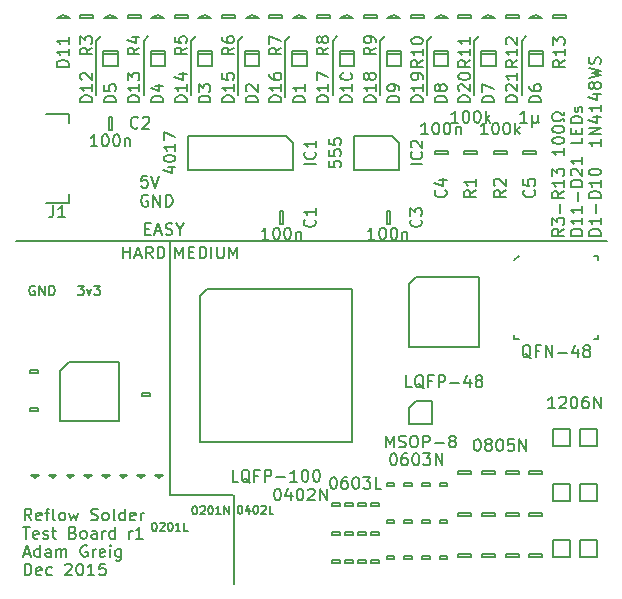
<source format=gto>
G04 #@! TF.FileFunction,Legend,Top*
%FSLAX46Y46*%
G04 Gerber Fmt 4.6, Leading zero omitted, Abs format (unit mm)*
G04 Created by KiCad (PCBNEW 0.201512291232+6408~40~ubuntu14.04.1-stable) date Thu 31 Dec 2015 04:45:24 GMT*
%MOMM*%
G01*
G04 APERTURE LIST*
%ADD10C,0.100000*%
%ADD11C,0.150000*%
%ADD12C,0.200000*%
%ADD13R,1.150000X1.450000*%
%ADD14R,1.450000X1.150000*%
%ADD15R,0.600000X1.550000*%
%ADD16R,1.350000X0.400000*%
%ADD17C,1.000000*%
%ADD18R,1.800000X1.800000*%
%ADD19R,1.900000X2.440000*%
%ADD20R,0.420000X0.460000*%
%ADD21R,0.620000X0.620000*%
%ADD22R,1.000000X0.950000*%
%ADD23R,1.800000X1.150000*%
%ADD24R,1.450000X0.450000*%
%ADD25R,1.500000X0.300000*%
%ADD26R,0.300000X1.500000*%
%ADD27R,0.500000X0.900000*%
%ADD28R,0.900000X0.750000*%
%ADD29R,0.520000X0.520000*%
%ADD30R,0.320000X0.360000*%
%ADD31C,0.370000*%
%ADD32C,0.787000*%
%ADD33R,0.550000X0.300000*%
%ADD34R,0.300000X0.550000*%
%ADD35R,5.602000X5.602000*%
%ADD36C,3.000000*%
G04 APERTURE END LIST*
D10*
D11*
X55247619Y-74761905D02*
X55742857Y-74761905D01*
X55476190Y-75066667D01*
X55590476Y-75066667D01*
X55666666Y-75104762D01*
X55704762Y-75142857D01*
X55742857Y-75219048D01*
X55742857Y-75409524D01*
X55704762Y-75485714D01*
X55666666Y-75523810D01*
X55590476Y-75561905D01*
X55361904Y-75561905D01*
X55285714Y-75523810D01*
X55247619Y-75485714D01*
X56009524Y-75028571D02*
X56200000Y-75561905D01*
X56390476Y-75028571D01*
X56619048Y-74761905D02*
X57114286Y-74761905D01*
X56847619Y-75066667D01*
X56961905Y-75066667D01*
X57038095Y-75104762D01*
X57076191Y-75142857D01*
X57114286Y-75219048D01*
X57114286Y-75409524D01*
X57076191Y-75485714D01*
X57038095Y-75523810D01*
X56961905Y-75561905D01*
X56733333Y-75561905D01*
X56657143Y-75523810D01*
X56619048Y-75485714D01*
X51590477Y-74800000D02*
X51514286Y-74761905D01*
X51400001Y-74761905D01*
X51285715Y-74800000D01*
X51209524Y-74876190D01*
X51171429Y-74952381D01*
X51133334Y-75104762D01*
X51133334Y-75219048D01*
X51171429Y-75371429D01*
X51209524Y-75447619D01*
X51285715Y-75523810D01*
X51400001Y-75561905D01*
X51476191Y-75561905D01*
X51590477Y-75523810D01*
X51628572Y-75485714D01*
X51628572Y-75219048D01*
X51476191Y-75219048D01*
X51971429Y-75561905D02*
X51971429Y-74761905D01*
X52428572Y-75561905D01*
X52428572Y-74761905D01*
X52809524Y-75561905D02*
X52809524Y-74761905D01*
X53000000Y-74761905D01*
X53114286Y-74800000D01*
X53190477Y-74876190D01*
X53228572Y-74952381D01*
X53266667Y-75104762D01*
X53266667Y-75219048D01*
X53228572Y-75371429D01*
X53190477Y-75447619D01*
X53114286Y-75523810D01*
X53000000Y-75561905D01*
X52809524Y-75561905D01*
X61161905Y-67100000D02*
X61066667Y-67052381D01*
X60923810Y-67052381D01*
X60780952Y-67100000D01*
X60685714Y-67195238D01*
X60638095Y-67290476D01*
X60590476Y-67480952D01*
X60590476Y-67623810D01*
X60638095Y-67814286D01*
X60685714Y-67909524D01*
X60780952Y-68004762D01*
X60923810Y-68052381D01*
X61019048Y-68052381D01*
X61161905Y-68004762D01*
X61209524Y-67957143D01*
X61209524Y-67623810D01*
X61019048Y-67623810D01*
X61638095Y-68052381D02*
X61638095Y-67052381D01*
X62209524Y-68052381D01*
X62209524Y-67052381D01*
X62685714Y-68052381D02*
X62685714Y-67052381D01*
X62923809Y-67052381D01*
X63066667Y-67100000D01*
X63161905Y-67195238D01*
X63209524Y-67290476D01*
X63257143Y-67480952D01*
X63257143Y-67623810D01*
X63209524Y-67814286D01*
X63161905Y-67909524D01*
X63066667Y-68004762D01*
X62923809Y-68052381D01*
X62685714Y-68052381D01*
X61114286Y-65452381D02*
X60638095Y-65452381D01*
X60590476Y-65928571D01*
X60638095Y-65880952D01*
X60733333Y-65833333D01*
X60971429Y-65833333D01*
X61066667Y-65880952D01*
X61114286Y-65928571D01*
X61161905Y-66023810D01*
X61161905Y-66261905D01*
X61114286Y-66357143D01*
X61066667Y-66404762D01*
X60971429Y-66452381D01*
X60733333Y-66452381D01*
X60638095Y-66404762D01*
X60590476Y-66357143D01*
X61447619Y-65452381D02*
X61780952Y-66452381D01*
X62114286Y-65452381D01*
D12*
X92800000Y-54000000D02*
X93200000Y-53600000D01*
X92800000Y-58600000D02*
X92800000Y-54000000D01*
X72800000Y-54000000D02*
X73200000Y-53600000D01*
X72800000Y-58800000D02*
X72800000Y-54000000D01*
D11*
X68425000Y-92500000D02*
X68425000Y-100000000D01*
D12*
X63000000Y-92500000D02*
X68400000Y-92500000D01*
X63488095Y-72452381D02*
X63488095Y-71452381D01*
X63821429Y-72166667D01*
X64154762Y-71452381D01*
X64154762Y-72452381D01*
X64630952Y-71928571D02*
X64964286Y-71928571D01*
X65107143Y-72452381D02*
X64630952Y-72452381D01*
X64630952Y-71452381D01*
X65107143Y-71452381D01*
X65535714Y-72452381D02*
X65535714Y-71452381D01*
X65773809Y-71452381D01*
X65916667Y-71500000D01*
X66011905Y-71595238D01*
X66059524Y-71690476D01*
X66107143Y-71880952D01*
X66107143Y-72023810D01*
X66059524Y-72214286D01*
X66011905Y-72309524D01*
X65916667Y-72404762D01*
X65773809Y-72452381D01*
X65535714Y-72452381D01*
X66535714Y-72452381D02*
X66535714Y-71452381D01*
X67011904Y-71452381D02*
X67011904Y-72261905D01*
X67059523Y-72357143D01*
X67107142Y-72404762D01*
X67202380Y-72452381D01*
X67392857Y-72452381D01*
X67488095Y-72404762D01*
X67535714Y-72357143D01*
X67583333Y-72261905D01*
X67583333Y-71452381D01*
X68059523Y-72452381D02*
X68059523Y-71452381D01*
X68392857Y-72166667D01*
X68726190Y-71452381D01*
X68726190Y-72452381D01*
X60952381Y-69928571D02*
X61285715Y-69928571D01*
X61428572Y-70452381D02*
X60952381Y-70452381D01*
X60952381Y-69452381D01*
X61428572Y-69452381D01*
X61809524Y-70166667D02*
X62285715Y-70166667D01*
X61714286Y-70452381D02*
X62047619Y-69452381D01*
X62380953Y-70452381D01*
X62666667Y-70404762D02*
X62809524Y-70452381D01*
X63047620Y-70452381D01*
X63142858Y-70404762D01*
X63190477Y-70357143D01*
X63238096Y-70261905D01*
X63238096Y-70166667D01*
X63190477Y-70071429D01*
X63142858Y-70023810D01*
X63047620Y-69976190D01*
X62857143Y-69928571D01*
X62761905Y-69880952D01*
X62714286Y-69833333D01*
X62666667Y-69738095D01*
X62666667Y-69642857D01*
X62714286Y-69547619D01*
X62761905Y-69500000D01*
X62857143Y-69452381D01*
X63095239Y-69452381D01*
X63238096Y-69500000D01*
X63857143Y-69976190D02*
X63857143Y-70452381D01*
X63523810Y-69452381D02*
X63857143Y-69976190D01*
X64190477Y-69452381D01*
X59083333Y-72452381D02*
X59083333Y-71452381D01*
X59083333Y-71928571D02*
X59654762Y-71928571D01*
X59654762Y-72452381D02*
X59654762Y-71452381D01*
X60083333Y-72166667D02*
X60559524Y-72166667D01*
X59988095Y-72452381D02*
X60321428Y-71452381D01*
X60654762Y-72452381D01*
X61559524Y-72452381D02*
X61226190Y-71976190D01*
X60988095Y-72452381D02*
X60988095Y-71452381D01*
X61369048Y-71452381D01*
X61464286Y-71500000D01*
X61511905Y-71547619D01*
X61559524Y-71642857D01*
X61559524Y-71785714D01*
X61511905Y-71880952D01*
X61464286Y-71928571D01*
X61369048Y-71976190D01*
X60988095Y-71976190D01*
X61988095Y-72452381D02*
X61988095Y-71452381D01*
X62226190Y-71452381D01*
X62369048Y-71500000D01*
X62464286Y-71595238D01*
X62511905Y-71690476D01*
X62559524Y-71880952D01*
X62559524Y-72023810D01*
X62511905Y-72214286D01*
X62464286Y-72309524D01*
X62369048Y-72404762D01*
X62226190Y-72452381D01*
X61988095Y-72452381D01*
X63000000Y-71000000D02*
X63000000Y-92500000D01*
D11*
X51309524Y-94627381D02*
X50976190Y-94151190D01*
X50738095Y-94627381D02*
X50738095Y-93627381D01*
X51119048Y-93627381D01*
X51214286Y-93675000D01*
X51261905Y-93722619D01*
X51309524Y-93817857D01*
X51309524Y-93960714D01*
X51261905Y-94055952D01*
X51214286Y-94103571D01*
X51119048Y-94151190D01*
X50738095Y-94151190D01*
X52119048Y-94579762D02*
X52023810Y-94627381D01*
X51833333Y-94627381D01*
X51738095Y-94579762D01*
X51690476Y-94484524D01*
X51690476Y-94103571D01*
X51738095Y-94008333D01*
X51833333Y-93960714D01*
X52023810Y-93960714D01*
X52119048Y-94008333D01*
X52166667Y-94103571D01*
X52166667Y-94198810D01*
X51690476Y-94294048D01*
X52452381Y-93960714D02*
X52833333Y-93960714D01*
X52595238Y-94627381D02*
X52595238Y-93770238D01*
X52642857Y-93675000D01*
X52738095Y-93627381D01*
X52833333Y-93627381D01*
X53309524Y-94627381D02*
X53214286Y-94579762D01*
X53166667Y-94484524D01*
X53166667Y-93627381D01*
X53833334Y-94627381D02*
X53738096Y-94579762D01*
X53690477Y-94532143D01*
X53642858Y-94436905D01*
X53642858Y-94151190D01*
X53690477Y-94055952D01*
X53738096Y-94008333D01*
X53833334Y-93960714D01*
X53976192Y-93960714D01*
X54071430Y-94008333D01*
X54119049Y-94055952D01*
X54166668Y-94151190D01*
X54166668Y-94436905D01*
X54119049Y-94532143D01*
X54071430Y-94579762D01*
X53976192Y-94627381D01*
X53833334Y-94627381D01*
X54500001Y-93960714D02*
X54690477Y-94627381D01*
X54880954Y-94151190D01*
X55071430Y-94627381D01*
X55261906Y-93960714D01*
X56357144Y-94579762D02*
X56500001Y-94627381D01*
X56738097Y-94627381D01*
X56833335Y-94579762D01*
X56880954Y-94532143D01*
X56928573Y-94436905D01*
X56928573Y-94341667D01*
X56880954Y-94246429D01*
X56833335Y-94198810D01*
X56738097Y-94151190D01*
X56547620Y-94103571D01*
X56452382Y-94055952D01*
X56404763Y-94008333D01*
X56357144Y-93913095D01*
X56357144Y-93817857D01*
X56404763Y-93722619D01*
X56452382Y-93675000D01*
X56547620Y-93627381D01*
X56785716Y-93627381D01*
X56928573Y-93675000D01*
X57500001Y-94627381D02*
X57404763Y-94579762D01*
X57357144Y-94532143D01*
X57309525Y-94436905D01*
X57309525Y-94151190D01*
X57357144Y-94055952D01*
X57404763Y-94008333D01*
X57500001Y-93960714D01*
X57642859Y-93960714D01*
X57738097Y-94008333D01*
X57785716Y-94055952D01*
X57833335Y-94151190D01*
X57833335Y-94436905D01*
X57785716Y-94532143D01*
X57738097Y-94579762D01*
X57642859Y-94627381D01*
X57500001Y-94627381D01*
X58404763Y-94627381D02*
X58309525Y-94579762D01*
X58261906Y-94484524D01*
X58261906Y-93627381D01*
X59214288Y-94627381D02*
X59214288Y-93627381D01*
X59214288Y-94579762D02*
X59119050Y-94627381D01*
X58928573Y-94627381D01*
X58833335Y-94579762D01*
X58785716Y-94532143D01*
X58738097Y-94436905D01*
X58738097Y-94151190D01*
X58785716Y-94055952D01*
X58833335Y-94008333D01*
X58928573Y-93960714D01*
X59119050Y-93960714D01*
X59214288Y-94008333D01*
X60071431Y-94579762D02*
X59976193Y-94627381D01*
X59785716Y-94627381D01*
X59690478Y-94579762D01*
X59642859Y-94484524D01*
X59642859Y-94103571D01*
X59690478Y-94008333D01*
X59785716Y-93960714D01*
X59976193Y-93960714D01*
X60071431Y-94008333D01*
X60119050Y-94103571D01*
X60119050Y-94198810D01*
X59642859Y-94294048D01*
X60547621Y-94627381D02*
X60547621Y-93960714D01*
X60547621Y-94151190D02*
X60595240Y-94055952D01*
X60642859Y-94008333D01*
X60738097Y-93960714D01*
X60833336Y-93960714D01*
X50595238Y-95177381D02*
X51166667Y-95177381D01*
X50880952Y-96177381D02*
X50880952Y-95177381D01*
X51880953Y-96129762D02*
X51785715Y-96177381D01*
X51595238Y-96177381D01*
X51500000Y-96129762D01*
X51452381Y-96034524D01*
X51452381Y-95653571D01*
X51500000Y-95558333D01*
X51595238Y-95510714D01*
X51785715Y-95510714D01*
X51880953Y-95558333D01*
X51928572Y-95653571D01*
X51928572Y-95748810D01*
X51452381Y-95844048D01*
X52309524Y-96129762D02*
X52404762Y-96177381D01*
X52595238Y-96177381D01*
X52690477Y-96129762D01*
X52738096Y-96034524D01*
X52738096Y-95986905D01*
X52690477Y-95891667D01*
X52595238Y-95844048D01*
X52452381Y-95844048D01*
X52357143Y-95796429D01*
X52309524Y-95701190D01*
X52309524Y-95653571D01*
X52357143Y-95558333D01*
X52452381Y-95510714D01*
X52595238Y-95510714D01*
X52690477Y-95558333D01*
X53023810Y-95510714D02*
X53404762Y-95510714D01*
X53166667Y-95177381D02*
X53166667Y-96034524D01*
X53214286Y-96129762D01*
X53309524Y-96177381D01*
X53404762Y-96177381D01*
X54833335Y-95653571D02*
X54976192Y-95701190D01*
X55023811Y-95748810D01*
X55071430Y-95844048D01*
X55071430Y-95986905D01*
X55023811Y-96082143D01*
X54976192Y-96129762D01*
X54880954Y-96177381D01*
X54500001Y-96177381D01*
X54500001Y-95177381D01*
X54833335Y-95177381D01*
X54928573Y-95225000D01*
X54976192Y-95272619D01*
X55023811Y-95367857D01*
X55023811Y-95463095D01*
X54976192Y-95558333D01*
X54928573Y-95605952D01*
X54833335Y-95653571D01*
X54500001Y-95653571D01*
X55642858Y-96177381D02*
X55547620Y-96129762D01*
X55500001Y-96082143D01*
X55452382Y-95986905D01*
X55452382Y-95701190D01*
X55500001Y-95605952D01*
X55547620Y-95558333D01*
X55642858Y-95510714D01*
X55785716Y-95510714D01*
X55880954Y-95558333D01*
X55928573Y-95605952D01*
X55976192Y-95701190D01*
X55976192Y-95986905D01*
X55928573Y-96082143D01*
X55880954Y-96129762D01*
X55785716Y-96177381D01*
X55642858Y-96177381D01*
X56833335Y-96177381D02*
X56833335Y-95653571D01*
X56785716Y-95558333D01*
X56690478Y-95510714D01*
X56500001Y-95510714D01*
X56404763Y-95558333D01*
X56833335Y-96129762D02*
X56738097Y-96177381D01*
X56500001Y-96177381D01*
X56404763Y-96129762D01*
X56357144Y-96034524D01*
X56357144Y-95939286D01*
X56404763Y-95844048D01*
X56500001Y-95796429D01*
X56738097Y-95796429D01*
X56833335Y-95748810D01*
X57309525Y-96177381D02*
X57309525Y-95510714D01*
X57309525Y-95701190D02*
X57357144Y-95605952D01*
X57404763Y-95558333D01*
X57500001Y-95510714D01*
X57595240Y-95510714D01*
X58357145Y-96177381D02*
X58357145Y-95177381D01*
X58357145Y-96129762D02*
X58261907Y-96177381D01*
X58071430Y-96177381D01*
X57976192Y-96129762D01*
X57928573Y-96082143D01*
X57880954Y-95986905D01*
X57880954Y-95701190D01*
X57928573Y-95605952D01*
X57976192Y-95558333D01*
X58071430Y-95510714D01*
X58261907Y-95510714D01*
X58357145Y-95558333D01*
X59595240Y-96177381D02*
X59595240Y-95510714D01*
X59595240Y-95701190D02*
X59642859Y-95605952D01*
X59690478Y-95558333D01*
X59785716Y-95510714D01*
X59880955Y-95510714D01*
X60738098Y-96177381D02*
X60166669Y-96177381D01*
X60452383Y-96177381D02*
X60452383Y-95177381D01*
X60357145Y-95320238D01*
X60261907Y-95415476D01*
X60166669Y-95463095D01*
X50690476Y-97441667D02*
X51166667Y-97441667D01*
X50595238Y-97727381D02*
X50928571Y-96727381D01*
X51261905Y-97727381D01*
X52023810Y-97727381D02*
X52023810Y-96727381D01*
X52023810Y-97679762D02*
X51928572Y-97727381D01*
X51738095Y-97727381D01*
X51642857Y-97679762D01*
X51595238Y-97632143D01*
X51547619Y-97536905D01*
X51547619Y-97251190D01*
X51595238Y-97155952D01*
X51642857Y-97108333D01*
X51738095Y-97060714D01*
X51928572Y-97060714D01*
X52023810Y-97108333D01*
X52928572Y-97727381D02*
X52928572Y-97203571D01*
X52880953Y-97108333D01*
X52785715Y-97060714D01*
X52595238Y-97060714D01*
X52500000Y-97108333D01*
X52928572Y-97679762D02*
X52833334Y-97727381D01*
X52595238Y-97727381D01*
X52500000Y-97679762D01*
X52452381Y-97584524D01*
X52452381Y-97489286D01*
X52500000Y-97394048D01*
X52595238Y-97346429D01*
X52833334Y-97346429D01*
X52928572Y-97298810D01*
X53404762Y-97727381D02*
X53404762Y-97060714D01*
X53404762Y-97155952D02*
X53452381Y-97108333D01*
X53547619Y-97060714D01*
X53690477Y-97060714D01*
X53785715Y-97108333D01*
X53833334Y-97203571D01*
X53833334Y-97727381D01*
X53833334Y-97203571D02*
X53880953Y-97108333D01*
X53976191Y-97060714D01*
X54119048Y-97060714D01*
X54214286Y-97108333D01*
X54261905Y-97203571D01*
X54261905Y-97727381D01*
X56023810Y-96775000D02*
X55928572Y-96727381D01*
X55785715Y-96727381D01*
X55642857Y-96775000D01*
X55547619Y-96870238D01*
X55500000Y-96965476D01*
X55452381Y-97155952D01*
X55452381Y-97298810D01*
X55500000Y-97489286D01*
X55547619Y-97584524D01*
X55642857Y-97679762D01*
X55785715Y-97727381D01*
X55880953Y-97727381D01*
X56023810Y-97679762D01*
X56071429Y-97632143D01*
X56071429Y-97298810D01*
X55880953Y-97298810D01*
X56500000Y-97727381D02*
X56500000Y-97060714D01*
X56500000Y-97251190D02*
X56547619Y-97155952D01*
X56595238Y-97108333D01*
X56690476Y-97060714D01*
X56785715Y-97060714D01*
X57500001Y-97679762D02*
X57404763Y-97727381D01*
X57214286Y-97727381D01*
X57119048Y-97679762D01*
X57071429Y-97584524D01*
X57071429Y-97203571D01*
X57119048Y-97108333D01*
X57214286Y-97060714D01*
X57404763Y-97060714D01*
X57500001Y-97108333D01*
X57547620Y-97203571D01*
X57547620Y-97298810D01*
X57071429Y-97394048D01*
X57976191Y-97727381D02*
X57976191Y-97060714D01*
X57976191Y-96727381D02*
X57928572Y-96775000D01*
X57976191Y-96822619D01*
X58023810Y-96775000D01*
X57976191Y-96727381D01*
X57976191Y-96822619D01*
X58880953Y-97060714D02*
X58880953Y-97870238D01*
X58833334Y-97965476D01*
X58785715Y-98013095D01*
X58690476Y-98060714D01*
X58547619Y-98060714D01*
X58452381Y-98013095D01*
X58880953Y-97679762D02*
X58785715Y-97727381D01*
X58595238Y-97727381D01*
X58500000Y-97679762D01*
X58452381Y-97632143D01*
X58404762Y-97536905D01*
X58404762Y-97251190D01*
X58452381Y-97155952D01*
X58500000Y-97108333D01*
X58595238Y-97060714D01*
X58785715Y-97060714D01*
X58880953Y-97108333D01*
X50738095Y-99277381D02*
X50738095Y-98277381D01*
X50976190Y-98277381D01*
X51119048Y-98325000D01*
X51214286Y-98420238D01*
X51261905Y-98515476D01*
X51309524Y-98705952D01*
X51309524Y-98848810D01*
X51261905Y-99039286D01*
X51214286Y-99134524D01*
X51119048Y-99229762D01*
X50976190Y-99277381D01*
X50738095Y-99277381D01*
X52119048Y-99229762D02*
X52023810Y-99277381D01*
X51833333Y-99277381D01*
X51738095Y-99229762D01*
X51690476Y-99134524D01*
X51690476Y-98753571D01*
X51738095Y-98658333D01*
X51833333Y-98610714D01*
X52023810Y-98610714D01*
X52119048Y-98658333D01*
X52166667Y-98753571D01*
X52166667Y-98848810D01*
X51690476Y-98944048D01*
X53023810Y-99229762D02*
X52928572Y-99277381D01*
X52738095Y-99277381D01*
X52642857Y-99229762D01*
X52595238Y-99182143D01*
X52547619Y-99086905D01*
X52547619Y-98801190D01*
X52595238Y-98705952D01*
X52642857Y-98658333D01*
X52738095Y-98610714D01*
X52928572Y-98610714D01*
X53023810Y-98658333D01*
X54166667Y-98372619D02*
X54214286Y-98325000D01*
X54309524Y-98277381D01*
X54547620Y-98277381D01*
X54642858Y-98325000D01*
X54690477Y-98372619D01*
X54738096Y-98467857D01*
X54738096Y-98563095D01*
X54690477Y-98705952D01*
X54119048Y-99277381D01*
X54738096Y-99277381D01*
X55357143Y-98277381D02*
X55452382Y-98277381D01*
X55547620Y-98325000D01*
X55595239Y-98372619D01*
X55642858Y-98467857D01*
X55690477Y-98658333D01*
X55690477Y-98896429D01*
X55642858Y-99086905D01*
X55595239Y-99182143D01*
X55547620Y-99229762D01*
X55452382Y-99277381D01*
X55357143Y-99277381D01*
X55261905Y-99229762D01*
X55214286Y-99182143D01*
X55166667Y-99086905D01*
X55119048Y-98896429D01*
X55119048Y-98658333D01*
X55166667Y-98467857D01*
X55214286Y-98372619D01*
X55261905Y-98325000D01*
X55357143Y-98277381D01*
X56642858Y-99277381D02*
X56071429Y-99277381D01*
X56357143Y-99277381D02*
X56357143Y-98277381D01*
X56261905Y-98420238D01*
X56166667Y-98515476D01*
X56071429Y-98563095D01*
X57547620Y-98277381D02*
X57071429Y-98277381D01*
X57023810Y-98753571D01*
X57071429Y-98705952D01*
X57166667Y-98658333D01*
X57404763Y-98658333D01*
X57500001Y-98705952D01*
X57547620Y-98753571D01*
X57595239Y-98848810D01*
X57595239Y-99086905D01*
X57547620Y-99182143D01*
X57500001Y-99229762D01*
X57404763Y-99277381D01*
X57166667Y-99277381D01*
X57071429Y-99229762D01*
X57023810Y-99182143D01*
X61683333Y-94816667D02*
X61750000Y-94816667D01*
X61816666Y-94850000D01*
X61850000Y-94883333D01*
X61883333Y-94950000D01*
X61916666Y-95083333D01*
X61916666Y-95250000D01*
X61883333Y-95383333D01*
X61850000Y-95450000D01*
X61816666Y-95483333D01*
X61750000Y-95516667D01*
X61683333Y-95516667D01*
X61616666Y-95483333D01*
X61583333Y-95450000D01*
X61550000Y-95383333D01*
X61516666Y-95250000D01*
X61516666Y-95083333D01*
X61550000Y-94950000D01*
X61583333Y-94883333D01*
X61616666Y-94850000D01*
X61683333Y-94816667D01*
X62183333Y-94883333D02*
X62216667Y-94850000D01*
X62283333Y-94816667D01*
X62450000Y-94816667D01*
X62516667Y-94850000D01*
X62550000Y-94883333D01*
X62583333Y-94950000D01*
X62583333Y-95016667D01*
X62550000Y-95116667D01*
X62150000Y-95516667D01*
X62583333Y-95516667D01*
X63016667Y-94816667D02*
X63083334Y-94816667D01*
X63150000Y-94850000D01*
X63183334Y-94883333D01*
X63216667Y-94950000D01*
X63250000Y-95083333D01*
X63250000Y-95250000D01*
X63216667Y-95383333D01*
X63183334Y-95450000D01*
X63150000Y-95483333D01*
X63083334Y-95516667D01*
X63016667Y-95516667D01*
X62950000Y-95483333D01*
X62916667Y-95450000D01*
X62883334Y-95383333D01*
X62850000Y-95250000D01*
X62850000Y-95083333D01*
X62883334Y-94950000D01*
X62916667Y-94883333D01*
X62950000Y-94850000D01*
X63016667Y-94816667D01*
X63916667Y-95516667D02*
X63516667Y-95516667D01*
X63716667Y-95516667D02*
X63716667Y-94816667D01*
X63650001Y-94916667D01*
X63583334Y-94983333D01*
X63516667Y-95016667D01*
X64550001Y-95516667D02*
X64216668Y-95516667D01*
X64216668Y-94816667D01*
X65100000Y-93416667D02*
X65166667Y-93416667D01*
X65233333Y-93450000D01*
X65266667Y-93483333D01*
X65300000Y-93550000D01*
X65333333Y-93683333D01*
X65333333Y-93850000D01*
X65300000Y-93983333D01*
X65266667Y-94050000D01*
X65233333Y-94083333D01*
X65166667Y-94116667D01*
X65100000Y-94116667D01*
X65033333Y-94083333D01*
X65000000Y-94050000D01*
X64966667Y-93983333D01*
X64933333Y-93850000D01*
X64933333Y-93683333D01*
X64966667Y-93550000D01*
X65000000Y-93483333D01*
X65033333Y-93450000D01*
X65100000Y-93416667D01*
X65600000Y-93483333D02*
X65633334Y-93450000D01*
X65700000Y-93416667D01*
X65866667Y-93416667D01*
X65933334Y-93450000D01*
X65966667Y-93483333D01*
X66000000Y-93550000D01*
X66000000Y-93616667D01*
X65966667Y-93716667D01*
X65566667Y-94116667D01*
X66000000Y-94116667D01*
X66433334Y-93416667D02*
X66500001Y-93416667D01*
X66566667Y-93450000D01*
X66600001Y-93483333D01*
X66633334Y-93550000D01*
X66666667Y-93683333D01*
X66666667Y-93850000D01*
X66633334Y-93983333D01*
X66600001Y-94050000D01*
X66566667Y-94083333D01*
X66500001Y-94116667D01*
X66433334Y-94116667D01*
X66366667Y-94083333D01*
X66333334Y-94050000D01*
X66300001Y-93983333D01*
X66266667Y-93850000D01*
X66266667Y-93683333D01*
X66300001Y-93550000D01*
X66333334Y-93483333D01*
X66366667Y-93450000D01*
X66433334Y-93416667D01*
X67333334Y-94116667D02*
X66933334Y-94116667D01*
X67133334Y-94116667D02*
X67133334Y-93416667D01*
X67066668Y-93516667D01*
X67000001Y-93583333D01*
X66933334Y-93616667D01*
X67633335Y-94116667D02*
X67633335Y-93416667D01*
X68033335Y-94116667D01*
X68033335Y-93416667D01*
X72100000Y-91927381D02*
X72195239Y-91927381D01*
X72290477Y-91975000D01*
X72338096Y-92022619D01*
X72385715Y-92117857D01*
X72433334Y-92308333D01*
X72433334Y-92546429D01*
X72385715Y-92736905D01*
X72338096Y-92832143D01*
X72290477Y-92879762D01*
X72195239Y-92927381D01*
X72100000Y-92927381D01*
X72004762Y-92879762D01*
X71957143Y-92832143D01*
X71909524Y-92736905D01*
X71861905Y-92546429D01*
X71861905Y-92308333D01*
X71909524Y-92117857D01*
X71957143Y-92022619D01*
X72004762Y-91975000D01*
X72100000Y-91927381D01*
X73290477Y-92260714D02*
X73290477Y-92927381D01*
X73052381Y-91879762D02*
X72814286Y-92594048D01*
X73433334Y-92594048D01*
X74004762Y-91927381D02*
X74100001Y-91927381D01*
X74195239Y-91975000D01*
X74242858Y-92022619D01*
X74290477Y-92117857D01*
X74338096Y-92308333D01*
X74338096Y-92546429D01*
X74290477Y-92736905D01*
X74242858Y-92832143D01*
X74195239Y-92879762D01*
X74100001Y-92927381D01*
X74004762Y-92927381D01*
X73909524Y-92879762D01*
X73861905Y-92832143D01*
X73814286Y-92736905D01*
X73766667Y-92546429D01*
X73766667Y-92308333D01*
X73814286Y-92117857D01*
X73861905Y-92022619D01*
X73909524Y-91975000D01*
X74004762Y-91927381D01*
X74719048Y-92022619D02*
X74766667Y-91975000D01*
X74861905Y-91927381D01*
X75100001Y-91927381D01*
X75195239Y-91975000D01*
X75242858Y-92022619D01*
X75290477Y-92117857D01*
X75290477Y-92213095D01*
X75242858Y-92355952D01*
X74671429Y-92927381D01*
X75290477Y-92927381D01*
X75719048Y-92927381D02*
X75719048Y-91927381D01*
X76290477Y-92927381D01*
X76290477Y-91927381D01*
X68933333Y-93366667D02*
X69000000Y-93366667D01*
X69066666Y-93400000D01*
X69100000Y-93433333D01*
X69133333Y-93500000D01*
X69166666Y-93633333D01*
X69166666Y-93800000D01*
X69133333Y-93933333D01*
X69100000Y-94000000D01*
X69066666Y-94033333D01*
X69000000Y-94066667D01*
X68933333Y-94066667D01*
X68866666Y-94033333D01*
X68833333Y-94000000D01*
X68800000Y-93933333D01*
X68766666Y-93800000D01*
X68766666Y-93633333D01*
X68800000Y-93500000D01*
X68833333Y-93433333D01*
X68866666Y-93400000D01*
X68933333Y-93366667D01*
X69766667Y-93600000D02*
X69766667Y-94066667D01*
X69600000Y-93333333D02*
X69433333Y-93833333D01*
X69866667Y-93833333D01*
X70266667Y-93366667D02*
X70333334Y-93366667D01*
X70400000Y-93400000D01*
X70433334Y-93433333D01*
X70466667Y-93500000D01*
X70500000Y-93633333D01*
X70500000Y-93800000D01*
X70466667Y-93933333D01*
X70433334Y-94000000D01*
X70400000Y-94033333D01*
X70333334Y-94066667D01*
X70266667Y-94066667D01*
X70200000Y-94033333D01*
X70166667Y-94000000D01*
X70133334Y-93933333D01*
X70100000Y-93800000D01*
X70100000Y-93633333D01*
X70133334Y-93500000D01*
X70166667Y-93433333D01*
X70200000Y-93400000D01*
X70266667Y-93366667D01*
X70766667Y-93433333D02*
X70800001Y-93400000D01*
X70866667Y-93366667D01*
X71033334Y-93366667D01*
X71100001Y-93400000D01*
X71133334Y-93433333D01*
X71166667Y-93500000D01*
X71166667Y-93566667D01*
X71133334Y-93666667D01*
X70733334Y-94066667D01*
X71166667Y-94066667D01*
X71800001Y-94066667D02*
X71466668Y-94066667D01*
X71466668Y-93366667D01*
X96402381Y-69940476D02*
X95926190Y-70273810D01*
X96402381Y-70511905D02*
X95402381Y-70511905D01*
X95402381Y-70130952D01*
X95450000Y-70035714D01*
X95497619Y-69988095D01*
X95592857Y-69940476D01*
X95735714Y-69940476D01*
X95830952Y-69988095D01*
X95878571Y-70035714D01*
X95926190Y-70130952D01*
X95926190Y-70511905D01*
X95402381Y-69607143D02*
X95402381Y-68988095D01*
X95783333Y-69321429D01*
X95783333Y-69178571D01*
X95830952Y-69083333D01*
X95878571Y-69035714D01*
X95973810Y-68988095D01*
X96211905Y-68988095D01*
X96307143Y-69035714D01*
X96354762Y-69083333D01*
X96402381Y-69178571D01*
X96402381Y-69464286D01*
X96354762Y-69559524D01*
X96307143Y-69607143D01*
X96021429Y-68559524D02*
X96021429Y-67797619D01*
X96402381Y-66750000D02*
X95926190Y-67083334D01*
X96402381Y-67321429D02*
X95402381Y-67321429D01*
X95402381Y-66940476D01*
X95450000Y-66845238D01*
X95497619Y-66797619D01*
X95592857Y-66750000D01*
X95735714Y-66750000D01*
X95830952Y-66797619D01*
X95878571Y-66845238D01*
X95926190Y-66940476D01*
X95926190Y-67321429D01*
X96402381Y-65797619D02*
X96402381Y-66369048D01*
X96402381Y-66083334D02*
X95402381Y-66083334D01*
X95545238Y-66178572D01*
X95640476Y-66273810D01*
X95688095Y-66369048D01*
X95402381Y-65464286D02*
X95402381Y-64845238D01*
X95783333Y-65178572D01*
X95783333Y-65035714D01*
X95830952Y-64940476D01*
X95878571Y-64892857D01*
X95973810Y-64845238D01*
X96211905Y-64845238D01*
X96307143Y-64892857D01*
X96354762Y-64940476D01*
X96402381Y-65035714D01*
X96402381Y-65321429D01*
X96354762Y-65416667D01*
X96307143Y-65464286D01*
X96402381Y-63130952D02*
X96402381Y-63702381D01*
X96402381Y-63416667D02*
X95402381Y-63416667D01*
X95545238Y-63511905D01*
X95640476Y-63607143D01*
X95688095Y-63702381D01*
X95402381Y-62511905D02*
X95402381Y-62416666D01*
X95450000Y-62321428D01*
X95497619Y-62273809D01*
X95592857Y-62226190D01*
X95783333Y-62178571D01*
X96021429Y-62178571D01*
X96211905Y-62226190D01*
X96307143Y-62273809D01*
X96354762Y-62321428D01*
X96402381Y-62416666D01*
X96402381Y-62511905D01*
X96354762Y-62607143D01*
X96307143Y-62654762D01*
X96211905Y-62702381D01*
X96021429Y-62750000D01*
X95783333Y-62750000D01*
X95592857Y-62702381D01*
X95497619Y-62654762D01*
X95450000Y-62607143D01*
X95402381Y-62511905D01*
X95402381Y-61559524D02*
X95402381Y-61464285D01*
X95450000Y-61369047D01*
X95497619Y-61321428D01*
X95592857Y-61273809D01*
X95783333Y-61226190D01*
X96021429Y-61226190D01*
X96211905Y-61273809D01*
X96307143Y-61321428D01*
X96354762Y-61369047D01*
X96402381Y-61464285D01*
X96402381Y-61559524D01*
X96354762Y-61654762D01*
X96307143Y-61702381D01*
X96211905Y-61750000D01*
X96021429Y-61797619D01*
X95783333Y-61797619D01*
X95592857Y-61750000D01*
X95497619Y-61702381D01*
X95450000Y-61654762D01*
X95402381Y-61559524D01*
X96402381Y-60845238D02*
X96402381Y-60607143D01*
X96211905Y-60607143D01*
X96164286Y-60702381D01*
X96069048Y-60797619D01*
X95926190Y-60845238D01*
X95688095Y-60845238D01*
X95545238Y-60797619D01*
X95450000Y-60702381D01*
X95402381Y-60559524D01*
X95402381Y-60369047D01*
X95450000Y-60226190D01*
X95545238Y-60130952D01*
X95688095Y-60083333D01*
X95926190Y-60083333D01*
X96069048Y-60130952D01*
X96164286Y-60226190D01*
X96211905Y-60321428D01*
X96402381Y-60321428D01*
X96402381Y-60083333D01*
X97952381Y-70511905D02*
X96952381Y-70511905D01*
X96952381Y-70273810D01*
X97000000Y-70130952D01*
X97095238Y-70035714D01*
X97190476Y-69988095D01*
X97380952Y-69940476D01*
X97523810Y-69940476D01*
X97714286Y-69988095D01*
X97809524Y-70035714D01*
X97904762Y-70130952D01*
X97952381Y-70273810D01*
X97952381Y-70511905D01*
X97952381Y-68988095D02*
X97952381Y-69559524D01*
X97952381Y-69273810D02*
X96952381Y-69273810D01*
X97095238Y-69369048D01*
X97190476Y-69464286D01*
X97238095Y-69559524D01*
X97952381Y-68035714D02*
X97952381Y-68607143D01*
X97952381Y-68321429D02*
X96952381Y-68321429D01*
X97095238Y-68416667D01*
X97190476Y-68511905D01*
X97238095Y-68607143D01*
X97571429Y-67607143D02*
X97571429Y-66845238D01*
X97952381Y-66369048D02*
X96952381Y-66369048D01*
X96952381Y-66130953D01*
X97000000Y-65988095D01*
X97095238Y-65892857D01*
X97190476Y-65845238D01*
X97380952Y-65797619D01*
X97523810Y-65797619D01*
X97714286Y-65845238D01*
X97809524Y-65892857D01*
X97904762Y-65988095D01*
X97952381Y-66130953D01*
X97952381Y-66369048D01*
X97047619Y-65416667D02*
X97000000Y-65369048D01*
X96952381Y-65273810D01*
X96952381Y-65035714D01*
X97000000Y-64940476D01*
X97047619Y-64892857D01*
X97142857Y-64845238D01*
X97238095Y-64845238D01*
X97380952Y-64892857D01*
X97952381Y-65464286D01*
X97952381Y-64845238D01*
X97952381Y-63892857D02*
X97952381Y-64464286D01*
X97952381Y-64178572D02*
X96952381Y-64178572D01*
X97095238Y-64273810D01*
X97190476Y-64369048D01*
X97238095Y-64464286D01*
X97952381Y-62226190D02*
X97952381Y-62702381D01*
X96952381Y-62702381D01*
X97428571Y-61892857D02*
X97428571Y-61559523D01*
X97952381Y-61416666D02*
X97952381Y-61892857D01*
X96952381Y-61892857D01*
X96952381Y-61416666D01*
X97952381Y-60988095D02*
X96952381Y-60988095D01*
X96952381Y-60750000D01*
X97000000Y-60607142D01*
X97095238Y-60511904D01*
X97190476Y-60464285D01*
X97380952Y-60416666D01*
X97523810Y-60416666D01*
X97714286Y-60464285D01*
X97809524Y-60511904D01*
X97904762Y-60607142D01*
X97952381Y-60750000D01*
X97952381Y-60988095D01*
X97904762Y-60035714D02*
X97952381Y-59940476D01*
X97952381Y-59750000D01*
X97904762Y-59654761D01*
X97809524Y-59607142D01*
X97761905Y-59607142D01*
X97666667Y-59654761D01*
X97619048Y-59750000D01*
X97619048Y-59892857D01*
X97571429Y-59988095D01*
X97476190Y-60035714D01*
X97428571Y-60035714D01*
X97333333Y-59988095D01*
X97285714Y-59892857D01*
X97285714Y-59750000D01*
X97333333Y-59654761D01*
X99502381Y-70511905D02*
X98502381Y-70511905D01*
X98502381Y-70273810D01*
X98550000Y-70130952D01*
X98645238Y-70035714D01*
X98740476Y-69988095D01*
X98930952Y-69940476D01*
X99073810Y-69940476D01*
X99264286Y-69988095D01*
X99359524Y-70035714D01*
X99454762Y-70130952D01*
X99502381Y-70273810D01*
X99502381Y-70511905D01*
X99502381Y-68988095D02*
X99502381Y-69559524D01*
X99502381Y-69273810D02*
X98502381Y-69273810D01*
X98645238Y-69369048D01*
X98740476Y-69464286D01*
X98788095Y-69559524D01*
X99121429Y-68559524D02*
X99121429Y-67797619D01*
X99502381Y-67321429D02*
X98502381Y-67321429D01*
X98502381Y-67083334D01*
X98550000Y-66940476D01*
X98645238Y-66845238D01*
X98740476Y-66797619D01*
X98930952Y-66750000D01*
X99073810Y-66750000D01*
X99264286Y-66797619D01*
X99359524Y-66845238D01*
X99454762Y-66940476D01*
X99502381Y-67083334D01*
X99502381Y-67321429D01*
X99502381Y-65797619D02*
X99502381Y-66369048D01*
X99502381Y-66083334D02*
X98502381Y-66083334D01*
X98645238Y-66178572D01*
X98740476Y-66273810D01*
X98788095Y-66369048D01*
X98502381Y-65178572D02*
X98502381Y-65083333D01*
X98550000Y-64988095D01*
X98597619Y-64940476D01*
X98692857Y-64892857D01*
X98883333Y-64845238D01*
X99121429Y-64845238D01*
X99311905Y-64892857D01*
X99407143Y-64940476D01*
X99454762Y-64988095D01*
X99502381Y-65083333D01*
X99502381Y-65178572D01*
X99454762Y-65273810D01*
X99407143Y-65321429D01*
X99311905Y-65369048D01*
X99121429Y-65416667D01*
X98883333Y-65416667D01*
X98692857Y-65369048D01*
X98597619Y-65321429D01*
X98550000Y-65273810D01*
X98502381Y-65178572D01*
X99502381Y-62369047D02*
X99502381Y-62940476D01*
X99502381Y-62654762D02*
X98502381Y-62654762D01*
X98645238Y-62750000D01*
X98740476Y-62845238D01*
X98788095Y-62940476D01*
X99502381Y-61940476D02*
X98502381Y-61940476D01*
X99502381Y-61369047D01*
X98502381Y-61369047D01*
X98835714Y-60464285D02*
X99502381Y-60464285D01*
X98454762Y-60702381D02*
X99169048Y-60940476D01*
X99169048Y-60321428D01*
X99502381Y-59416666D02*
X99502381Y-59988095D01*
X99502381Y-59702381D02*
X98502381Y-59702381D01*
X98645238Y-59797619D01*
X98740476Y-59892857D01*
X98788095Y-59988095D01*
X98835714Y-58559523D02*
X99502381Y-58559523D01*
X98454762Y-58797619D02*
X99169048Y-59035714D01*
X99169048Y-58416666D01*
X98930952Y-57892857D02*
X98883333Y-57988095D01*
X98835714Y-58035714D01*
X98740476Y-58083333D01*
X98692857Y-58083333D01*
X98597619Y-58035714D01*
X98550000Y-57988095D01*
X98502381Y-57892857D01*
X98502381Y-57702380D01*
X98550000Y-57607142D01*
X98597619Y-57559523D01*
X98692857Y-57511904D01*
X98740476Y-57511904D01*
X98835714Y-57559523D01*
X98883333Y-57607142D01*
X98930952Y-57702380D01*
X98930952Y-57892857D01*
X98978571Y-57988095D01*
X99026190Y-58035714D01*
X99121429Y-58083333D01*
X99311905Y-58083333D01*
X99407143Y-58035714D01*
X99454762Y-57988095D01*
X99502381Y-57892857D01*
X99502381Y-57702380D01*
X99454762Y-57607142D01*
X99407143Y-57559523D01*
X99311905Y-57511904D01*
X99121429Y-57511904D01*
X99026190Y-57559523D01*
X98978571Y-57607142D01*
X98930952Y-57702380D01*
X98502381Y-57178571D02*
X99502381Y-56940476D01*
X98788095Y-56749999D01*
X99502381Y-56559523D01*
X98502381Y-56321428D01*
X99454762Y-55988095D02*
X99502381Y-55845238D01*
X99502381Y-55607142D01*
X99454762Y-55511904D01*
X99407143Y-55464285D01*
X99311905Y-55416666D01*
X99216667Y-55416666D01*
X99121429Y-55464285D01*
X99073810Y-55511904D01*
X99026190Y-55607142D01*
X98978571Y-55797619D01*
X98930952Y-55892857D01*
X98883333Y-55940476D01*
X98788095Y-55988095D01*
X98692857Y-55988095D01*
X98597619Y-55940476D01*
X98550000Y-55892857D01*
X98502381Y-55797619D01*
X98502381Y-55559523D01*
X98550000Y-55416666D01*
X81900000Y-88952381D02*
X81995239Y-88952381D01*
X82090477Y-89000000D01*
X82138096Y-89047619D01*
X82185715Y-89142857D01*
X82233334Y-89333333D01*
X82233334Y-89571429D01*
X82185715Y-89761905D01*
X82138096Y-89857143D01*
X82090477Y-89904762D01*
X81995239Y-89952381D01*
X81900000Y-89952381D01*
X81804762Y-89904762D01*
X81757143Y-89857143D01*
X81709524Y-89761905D01*
X81661905Y-89571429D01*
X81661905Y-89333333D01*
X81709524Y-89142857D01*
X81757143Y-89047619D01*
X81804762Y-89000000D01*
X81900000Y-88952381D01*
X83090477Y-88952381D02*
X82900000Y-88952381D01*
X82804762Y-89000000D01*
X82757143Y-89047619D01*
X82661905Y-89190476D01*
X82614286Y-89380952D01*
X82614286Y-89761905D01*
X82661905Y-89857143D01*
X82709524Y-89904762D01*
X82804762Y-89952381D01*
X82995239Y-89952381D01*
X83090477Y-89904762D01*
X83138096Y-89857143D01*
X83185715Y-89761905D01*
X83185715Y-89523810D01*
X83138096Y-89428571D01*
X83090477Y-89380952D01*
X82995239Y-89333333D01*
X82804762Y-89333333D01*
X82709524Y-89380952D01*
X82661905Y-89428571D01*
X82614286Y-89523810D01*
X83804762Y-88952381D02*
X83900001Y-88952381D01*
X83995239Y-89000000D01*
X84042858Y-89047619D01*
X84090477Y-89142857D01*
X84138096Y-89333333D01*
X84138096Y-89571429D01*
X84090477Y-89761905D01*
X84042858Y-89857143D01*
X83995239Y-89904762D01*
X83900001Y-89952381D01*
X83804762Y-89952381D01*
X83709524Y-89904762D01*
X83661905Y-89857143D01*
X83614286Y-89761905D01*
X83566667Y-89571429D01*
X83566667Y-89333333D01*
X83614286Y-89142857D01*
X83661905Y-89047619D01*
X83709524Y-89000000D01*
X83804762Y-88952381D01*
X84471429Y-88952381D02*
X85090477Y-88952381D01*
X84757143Y-89333333D01*
X84900001Y-89333333D01*
X84995239Y-89380952D01*
X85042858Y-89428571D01*
X85090477Y-89523810D01*
X85090477Y-89761905D01*
X85042858Y-89857143D01*
X84995239Y-89904762D01*
X84900001Y-89952381D01*
X84614286Y-89952381D01*
X84519048Y-89904762D01*
X84471429Y-89857143D01*
X85519048Y-89952381D02*
X85519048Y-88952381D01*
X86090477Y-89952381D01*
X86090477Y-88952381D01*
X76819047Y-90952381D02*
X76914286Y-90952381D01*
X77009524Y-91000000D01*
X77057143Y-91047619D01*
X77104762Y-91142857D01*
X77152381Y-91333333D01*
X77152381Y-91571429D01*
X77104762Y-91761905D01*
X77057143Y-91857143D01*
X77009524Y-91904762D01*
X76914286Y-91952381D01*
X76819047Y-91952381D01*
X76723809Y-91904762D01*
X76676190Y-91857143D01*
X76628571Y-91761905D01*
X76580952Y-91571429D01*
X76580952Y-91333333D01*
X76628571Y-91142857D01*
X76676190Y-91047619D01*
X76723809Y-91000000D01*
X76819047Y-90952381D01*
X78009524Y-90952381D02*
X77819047Y-90952381D01*
X77723809Y-91000000D01*
X77676190Y-91047619D01*
X77580952Y-91190476D01*
X77533333Y-91380952D01*
X77533333Y-91761905D01*
X77580952Y-91857143D01*
X77628571Y-91904762D01*
X77723809Y-91952381D01*
X77914286Y-91952381D01*
X78009524Y-91904762D01*
X78057143Y-91857143D01*
X78104762Y-91761905D01*
X78104762Y-91523810D01*
X78057143Y-91428571D01*
X78009524Y-91380952D01*
X77914286Y-91333333D01*
X77723809Y-91333333D01*
X77628571Y-91380952D01*
X77580952Y-91428571D01*
X77533333Y-91523810D01*
X78723809Y-90952381D02*
X78819048Y-90952381D01*
X78914286Y-91000000D01*
X78961905Y-91047619D01*
X79009524Y-91142857D01*
X79057143Y-91333333D01*
X79057143Y-91571429D01*
X79009524Y-91761905D01*
X78961905Y-91857143D01*
X78914286Y-91904762D01*
X78819048Y-91952381D01*
X78723809Y-91952381D01*
X78628571Y-91904762D01*
X78580952Y-91857143D01*
X78533333Y-91761905D01*
X78485714Y-91571429D01*
X78485714Y-91333333D01*
X78533333Y-91142857D01*
X78580952Y-91047619D01*
X78628571Y-91000000D01*
X78723809Y-90952381D01*
X79390476Y-90952381D02*
X80009524Y-90952381D01*
X79676190Y-91333333D01*
X79819048Y-91333333D01*
X79914286Y-91380952D01*
X79961905Y-91428571D01*
X80009524Y-91523810D01*
X80009524Y-91761905D01*
X79961905Y-91857143D01*
X79914286Y-91904762D01*
X79819048Y-91952381D01*
X79533333Y-91952381D01*
X79438095Y-91904762D01*
X79390476Y-91857143D01*
X80914286Y-91952381D02*
X80438095Y-91952381D01*
X80438095Y-90952381D01*
X95633334Y-85152381D02*
X95061905Y-85152381D01*
X95347619Y-85152381D02*
X95347619Y-84152381D01*
X95252381Y-84295238D01*
X95157143Y-84390476D01*
X95061905Y-84438095D01*
X96014286Y-84247619D02*
X96061905Y-84200000D01*
X96157143Y-84152381D01*
X96395239Y-84152381D01*
X96490477Y-84200000D01*
X96538096Y-84247619D01*
X96585715Y-84342857D01*
X96585715Y-84438095D01*
X96538096Y-84580952D01*
X95966667Y-85152381D01*
X96585715Y-85152381D01*
X97204762Y-84152381D02*
X97300001Y-84152381D01*
X97395239Y-84200000D01*
X97442858Y-84247619D01*
X97490477Y-84342857D01*
X97538096Y-84533333D01*
X97538096Y-84771429D01*
X97490477Y-84961905D01*
X97442858Y-85057143D01*
X97395239Y-85104762D01*
X97300001Y-85152381D01*
X97204762Y-85152381D01*
X97109524Y-85104762D01*
X97061905Y-85057143D01*
X97014286Y-84961905D01*
X96966667Y-84771429D01*
X96966667Y-84533333D01*
X97014286Y-84342857D01*
X97061905Y-84247619D01*
X97109524Y-84200000D01*
X97204762Y-84152381D01*
X98395239Y-84152381D02*
X98204762Y-84152381D01*
X98109524Y-84200000D01*
X98061905Y-84247619D01*
X97966667Y-84390476D01*
X97919048Y-84580952D01*
X97919048Y-84961905D01*
X97966667Y-85057143D01*
X98014286Y-85104762D01*
X98109524Y-85152381D01*
X98300001Y-85152381D01*
X98395239Y-85104762D01*
X98442858Y-85057143D01*
X98490477Y-84961905D01*
X98490477Y-84723810D01*
X98442858Y-84628571D01*
X98395239Y-84580952D01*
X98300001Y-84533333D01*
X98109524Y-84533333D01*
X98014286Y-84580952D01*
X97966667Y-84628571D01*
X97919048Y-84723810D01*
X98919048Y-85152381D02*
X98919048Y-84152381D01*
X99490477Y-85152381D01*
X99490477Y-84152381D01*
X89000000Y-87752381D02*
X89095239Y-87752381D01*
X89190477Y-87800000D01*
X89238096Y-87847619D01*
X89285715Y-87942857D01*
X89333334Y-88133333D01*
X89333334Y-88371429D01*
X89285715Y-88561905D01*
X89238096Y-88657143D01*
X89190477Y-88704762D01*
X89095239Y-88752381D01*
X89000000Y-88752381D01*
X88904762Y-88704762D01*
X88857143Y-88657143D01*
X88809524Y-88561905D01*
X88761905Y-88371429D01*
X88761905Y-88133333D01*
X88809524Y-87942857D01*
X88857143Y-87847619D01*
X88904762Y-87800000D01*
X89000000Y-87752381D01*
X89904762Y-88180952D02*
X89809524Y-88133333D01*
X89761905Y-88085714D01*
X89714286Y-87990476D01*
X89714286Y-87942857D01*
X89761905Y-87847619D01*
X89809524Y-87800000D01*
X89904762Y-87752381D01*
X90095239Y-87752381D01*
X90190477Y-87800000D01*
X90238096Y-87847619D01*
X90285715Y-87942857D01*
X90285715Y-87990476D01*
X90238096Y-88085714D01*
X90190477Y-88133333D01*
X90095239Y-88180952D01*
X89904762Y-88180952D01*
X89809524Y-88228571D01*
X89761905Y-88276190D01*
X89714286Y-88371429D01*
X89714286Y-88561905D01*
X89761905Y-88657143D01*
X89809524Y-88704762D01*
X89904762Y-88752381D01*
X90095239Y-88752381D01*
X90190477Y-88704762D01*
X90238096Y-88657143D01*
X90285715Y-88561905D01*
X90285715Y-88371429D01*
X90238096Y-88276190D01*
X90190477Y-88228571D01*
X90095239Y-88180952D01*
X90904762Y-87752381D02*
X91000001Y-87752381D01*
X91095239Y-87800000D01*
X91142858Y-87847619D01*
X91190477Y-87942857D01*
X91238096Y-88133333D01*
X91238096Y-88371429D01*
X91190477Y-88561905D01*
X91142858Y-88657143D01*
X91095239Y-88704762D01*
X91000001Y-88752381D01*
X90904762Y-88752381D01*
X90809524Y-88704762D01*
X90761905Y-88657143D01*
X90714286Y-88561905D01*
X90666667Y-88371429D01*
X90666667Y-88133333D01*
X90714286Y-87942857D01*
X90761905Y-87847619D01*
X90809524Y-87800000D01*
X90904762Y-87752381D01*
X92142858Y-87752381D02*
X91666667Y-87752381D01*
X91619048Y-88228571D01*
X91666667Y-88180952D01*
X91761905Y-88133333D01*
X92000001Y-88133333D01*
X92095239Y-88180952D01*
X92142858Y-88228571D01*
X92190477Y-88323810D01*
X92190477Y-88561905D01*
X92142858Y-88657143D01*
X92095239Y-88704762D01*
X92000001Y-88752381D01*
X91761905Y-88752381D01*
X91666667Y-88704762D01*
X91619048Y-88657143D01*
X92619048Y-88752381D02*
X92619048Y-87752381D01*
X93190477Y-88752381D01*
X93190477Y-87752381D01*
D12*
X88800000Y-54000000D02*
X89200000Y-53600000D01*
X88800000Y-58600000D02*
X88800000Y-54000000D01*
X84800000Y-54000000D02*
X85200000Y-53600000D01*
X84800000Y-58600000D02*
X84800000Y-54000000D01*
X80800000Y-54000000D02*
X81200000Y-53600000D01*
X80800000Y-58600000D02*
X80800000Y-54000000D01*
X76800000Y-54000000D02*
X77200000Y-53600000D01*
X76800000Y-58600000D02*
X76800000Y-54000000D01*
X68800000Y-54000000D02*
X69200000Y-53600000D01*
X68800000Y-58600000D02*
X68800000Y-54000000D01*
X64800000Y-54000000D02*
X65200000Y-53600000D01*
X64800000Y-58600000D02*
X64800000Y-54000000D01*
X60800000Y-54000000D02*
X61200000Y-53600000D01*
X60800000Y-58600000D02*
X60800000Y-54000000D01*
X56800000Y-54000000D02*
X57200000Y-53600000D01*
X56800000Y-58600000D02*
X56800000Y-54000000D01*
X54500000Y-67750000D02*
X54500000Y-67000000D01*
X52500000Y-67750000D02*
X54500000Y-67750000D01*
X54500000Y-60250000D02*
X54500000Y-61000000D01*
X52500000Y-60250000D02*
X54500000Y-60250000D01*
X50000000Y-71000000D02*
X100000000Y-71000000D01*
D11*
X72625000Y-69550000D02*
X72375000Y-69550000D01*
X72375000Y-69550000D02*
X72375000Y-68450000D01*
X72375000Y-68450000D02*
X72625000Y-68450000D01*
X72625000Y-68450000D02*
X72625000Y-69550000D01*
X58125000Y-61550000D02*
X57875000Y-61550000D01*
X57875000Y-61550000D02*
X57875000Y-60450000D01*
X57875000Y-60450000D02*
X58125000Y-60450000D01*
X58125000Y-60450000D02*
X58125000Y-61550000D01*
X81625000Y-69550000D02*
X81375000Y-69550000D01*
X81375000Y-69550000D02*
X81375000Y-68450000D01*
X81375000Y-68450000D02*
X81625000Y-68450000D01*
X81625000Y-68450000D02*
X81625000Y-69550000D01*
X86550000Y-63375000D02*
X86550000Y-63625000D01*
X86550000Y-63625000D02*
X85450000Y-63625000D01*
X85450000Y-63625000D02*
X85450000Y-63375000D01*
X85450000Y-63375000D02*
X86550000Y-63375000D01*
X92950000Y-63625000D02*
X92950000Y-63375000D01*
X92950000Y-63375000D02*
X94050000Y-63375000D01*
X94050000Y-63375000D02*
X94050000Y-63625000D01*
X94050000Y-63625000D02*
X92950000Y-63625000D01*
X54000000Y-51875000D02*
X54550000Y-52125000D01*
X54000000Y-51875000D02*
X53450000Y-52125000D01*
X54550000Y-52125000D02*
X53450000Y-52125000D01*
X58000000Y-51875000D02*
X58550000Y-52125000D01*
X58000000Y-51875000D02*
X57450000Y-52125000D01*
X58550000Y-52125000D02*
X57450000Y-52125000D01*
X62000000Y-51875000D02*
X62550000Y-52125000D01*
X62000000Y-51875000D02*
X61450000Y-52125000D01*
X62550000Y-52125000D02*
X61450000Y-52125000D01*
X66000000Y-51875000D02*
X66550000Y-52125000D01*
X66000000Y-51875000D02*
X65450000Y-52125000D01*
X66550000Y-52125000D02*
X65450000Y-52125000D01*
X70000000Y-51875000D02*
X70550000Y-52125000D01*
X70000000Y-51875000D02*
X69450000Y-52125000D01*
X70550000Y-52125000D02*
X69450000Y-52125000D01*
X74000000Y-51875000D02*
X74550000Y-52125000D01*
X74000000Y-51875000D02*
X73450000Y-52125000D01*
X74550000Y-52125000D02*
X73450000Y-52125000D01*
X78000000Y-51875000D02*
X78550000Y-52125000D01*
X78000000Y-51875000D02*
X77450000Y-52125000D01*
X78550000Y-52125000D02*
X77450000Y-52125000D01*
X82000000Y-51875000D02*
X82550000Y-52125000D01*
X82000000Y-51875000D02*
X81450000Y-52125000D01*
X82550000Y-52125000D02*
X81450000Y-52125000D01*
X86000000Y-51875000D02*
X86550000Y-52125000D01*
X86000000Y-51875000D02*
X85450000Y-52125000D01*
X86550000Y-52125000D02*
X85450000Y-52125000D01*
X90000000Y-51875000D02*
X90550000Y-52125000D01*
X90000000Y-51875000D02*
X89450000Y-52125000D01*
X90550000Y-52125000D02*
X89450000Y-52125000D01*
X94000000Y-51875000D02*
X94550000Y-52125000D01*
X94000000Y-51875000D02*
X93450000Y-52125000D01*
X94550000Y-52125000D02*
X93450000Y-52125000D01*
X73445000Y-62675000D02*
X73445000Y-64925000D01*
X73445000Y-64925000D02*
X64555000Y-64925000D01*
X64555000Y-64925000D02*
X64555000Y-62075000D01*
X64555000Y-62075000D02*
X72845000Y-62075000D01*
X72845000Y-62075000D02*
X73445000Y-62675000D01*
X82405000Y-62675000D02*
X82405000Y-64925000D01*
X82405000Y-64925000D02*
X78595000Y-64925000D01*
X78595000Y-64925000D02*
X78595000Y-62075000D01*
X78595000Y-62075000D02*
X81805000Y-62075000D01*
X81805000Y-62075000D02*
X82405000Y-62675000D01*
X89050000Y-63375000D02*
X89050000Y-63625000D01*
X89050000Y-63625000D02*
X87950000Y-63625000D01*
X87950000Y-63625000D02*
X87950000Y-63375000D01*
X87950000Y-63375000D02*
X89050000Y-63375000D01*
X91550000Y-63375000D02*
X91550000Y-63625000D01*
X91550000Y-63625000D02*
X90450000Y-63625000D01*
X90450000Y-63625000D02*
X90450000Y-63375000D01*
X90450000Y-63375000D02*
X91550000Y-63375000D01*
X55450000Y-52125000D02*
X55450000Y-51875000D01*
X55450000Y-51875000D02*
X56550000Y-51875000D01*
X56550000Y-51875000D02*
X56550000Y-52125000D01*
X56550000Y-52125000D02*
X55450000Y-52125000D01*
X59450000Y-52125000D02*
X59450000Y-51875000D01*
X59450000Y-51875000D02*
X60550000Y-51875000D01*
X60550000Y-51875000D02*
X60550000Y-52125000D01*
X60550000Y-52125000D02*
X59450000Y-52125000D01*
X63450000Y-52125000D02*
X63450000Y-51875000D01*
X63450000Y-51875000D02*
X64550000Y-51875000D01*
X64550000Y-51875000D02*
X64550000Y-52125000D01*
X64550000Y-52125000D02*
X63450000Y-52125000D01*
X67450000Y-52125000D02*
X67450000Y-51875000D01*
X67450000Y-51875000D02*
X68550000Y-51875000D01*
X68550000Y-51875000D02*
X68550000Y-52125000D01*
X68550000Y-52125000D02*
X67450000Y-52125000D01*
X71450000Y-52125000D02*
X71450000Y-51875000D01*
X71450000Y-51875000D02*
X72550000Y-51875000D01*
X72550000Y-51875000D02*
X72550000Y-52125000D01*
X72550000Y-52125000D02*
X71450000Y-52125000D01*
X75450000Y-52125000D02*
X75450000Y-51875000D01*
X75450000Y-51875000D02*
X76550000Y-51875000D01*
X76550000Y-51875000D02*
X76550000Y-52125000D01*
X76550000Y-52125000D02*
X75450000Y-52125000D01*
X79450000Y-52125000D02*
X79450000Y-51875000D01*
X79450000Y-51875000D02*
X80550000Y-51875000D01*
X80550000Y-51875000D02*
X80550000Y-52125000D01*
X80550000Y-52125000D02*
X79450000Y-52125000D01*
X83450000Y-52125000D02*
X83450000Y-51875000D01*
X83450000Y-51875000D02*
X84550000Y-51875000D01*
X84550000Y-51875000D02*
X84550000Y-52125000D01*
X84550000Y-52125000D02*
X83450000Y-52125000D01*
X87450000Y-52125000D02*
X87450000Y-51875000D01*
X87450000Y-51875000D02*
X88550000Y-51875000D01*
X88550000Y-51875000D02*
X88550000Y-52125000D01*
X88550000Y-52125000D02*
X87450000Y-52125000D01*
X91450000Y-52125000D02*
X91450000Y-51875000D01*
X91450000Y-51875000D02*
X92550000Y-51875000D01*
X92550000Y-51875000D02*
X92550000Y-52125000D01*
X92550000Y-52125000D02*
X91450000Y-52125000D01*
X95450000Y-52125000D02*
X95450000Y-51875000D01*
X95450000Y-51875000D02*
X96550000Y-51875000D01*
X96550000Y-51875000D02*
X96550000Y-52125000D01*
X96550000Y-52125000D02*
X95450000Y-52125000D01*
X86525000Y-91475000D02*
X86525000Y-91725000D01*
X86525000Y-91725000D02*
X85875000Y-91725000D01*
X85875000Y-91725000D02*
X85875000Y-91475000D01*
X85875000Y-91475000D02*
X86525000Y-91475000D01*
X86525000Y-94575000D02*
X86525000Y-94825000D01*
X86525000Y-94825000D02*
X85875000Y-94825000D01*
X85875000Y-94825000D02*
X85875000Y-94575000D01*
X85875000Y-94575000D02*
X86525000Y-94575000D01*
X86525000Y-97675000D02*
X86525000Y-97925000D01*
X86525000Y-97925000D02*
X85875000Y-97925000D01*
X85875000Y-97925000D02*
X85875000Y-97675000D01*
X85875000Y-97675000D02*
X86525000Y-97675000D01*
X94550000Y-90475000D02*
X94550000Y-90725000D01*
X94550000Y-90725000D02*
X93450000Y-90725000D01*
X93450000Y-90725000D02*
X93450000Y-90475000D01*
X93450000Y-90475000D02*
X94550000Y-90475000D01*
X94550000Y-93975000D02*
X94550000Y-94225000D01*
X94550000Y-94225000D02*
X93450000Y-94225000D01*
X93450000Y-94225000D02*
X93450000Y-93975000D01*
X93450000Y-93975000D02*
X94550000Y-93975000D01*
X94550000Y-97475000D02*
X94550000Y-97725000D01*
X94550000Y-97725000D02*
X93450000Y-97725000D01*
X93450000Y-97725000D02*
X93450000Y-97475000D01*
X93450000Y-97475000D02*
X94550000Y-97475000D01*
X96925000Y-86875000D02*
X96925000Y-88325000D01*
X96925000Y-88325000D02*
X95475000Y-88325000D01*
X95475000Y-88325000D02*
X95475000Y-86875000D01*
X95475000Y-86875000D02*
X96925000Y-86875000D01*
X96925000Y-91575000D02*
X96925000Y-93025000D01*
X96925000Y-93025000D02*
X95475000Y-93025000D01*
X95475000Y-93025000D02*
X95475000Y-91575000D01*
X95475000Y-91575000D02*
X96925000Y-91575000D01*
X96925000Y-96275000D02*
X96925000Y-97725000D01*
X96925000Y-97725000D02*
X95475000Y-97725000D01*
X95475000Y-97725000D02*
X95475000Y-96275000D01*
X95475000Y-96275000D02*
X96925000Y-96275000D01*
X85025000Y-91475000D02*
X85025000Y-91725000D01*
X85025000Y-91725000D02*
X84375000Y-91725000D01*
X84375000Y-91725000D02*
X84375000Y-91475000D01*
X84375000Y-91475000D02*
X85025000Y-91475000D01*
X85025000Y-94575000D02*
X85025000Y-94825000D01*
X85025000Y-94825000D02*
X84375000Y-94825000D01*
X84375000Y-94825000D02*
X84375000Y-94575000D01*
X84375000Y-94575000D02*
X85025000Y-94575000D01*
X85025000Y-97675000D02*
X85025000Y-97925000D01*
X85025000Y-97925000D02*
X84375000Y-97925000D01*
X84375000Y-97925000D02*
X84375000Y-97675000D01*
X84375000Y-97675000D02*
X85025000Y-97675000D01*
X92550000Y-90475000D02*
X92550000Y-90725000D01*
X92550000Y-90725000D02*
X91450000Y-90725000D01*
X91450000Y-90725000D02*
X91450000Y-90475000D01*
X91450000Y-90475000D02*
X92550000Y-90475000D01*
X92550000Y-93975000D02*
X92550000Y-94225000D01*
X92550000Y-94225000D02*
X91450000Y-94225000D01*
X91450000Y-94225000D02*
X91450000Y-93975000D01*
X91450000Y-93975000D02*
X92550000Y-93975000D01*
X92550000Y-97475000D02*
X92550000Y-97725000D01*
X92550000Y-97725000D02*
X91450000Y-97725000D01*
X91450000Y-97725000D02*
X91450000Y-97475000D01*
X91450000Y-97475000D02*
X92550000Y-97475000D01*
X99225000Y-86875000D02*
X99225000Y-88325000D01*
X99225000Y-88325000D02*
X97775000Y-88325000D01*
X97775000Y-88325000D02*
X97775000Y-86875000D01*
X97775000Y-86875000D02*
X99225000Y-86875000D01*
X99225000Y-91575000D02*
X99225000Y-93025000D01*
X99225000Y-93025000D02*
X97775000Y-93025000D01*
X97775000Y-93025000D02*
X97775000Y-91575000D01*
X97775000Y-91575000D02*
X99225000Y-91575000D01*
X99225000Y-96275000D02*
X99225000Y-97725000D01*
X99225000Y-97725000D02*
X97775000Y-97725000D01*
X97775000Y-97725000D02*
X97775000Y-96275000D01*
X97775000Y-96275000D02*
X99225000Y-96275000D01*
X83525000Y-91475000D02*
X83525000Y-91725000D01*
X83525000Y-91725000D02*
X82875000Y-91725000D01*
X82875000Y-91725000D02*
X82875000Y-91475000D01*
X82875000Y-91475000D02*
X83525000Y-91475000D01*
X83525000Y-94575000D02*
X83525000Y-94825000D01*
X83525000Y-94825000D02*
X82875000Y-94825000D01*
X82875000Y-94825000D02*
X82875000Y-94575000D01*
X82875000Y-94575000D02*
X83525000Y-94575000D01*
X83525000Y-97675000D02*
X83525000Y-97925000D01*
X83525000Y-97925000D02*
X82875000Y-97925000D01*
X82875000Y-97925000D02*
X82875000Y-97675000D01*
X82875000Y-97675000D02*
X83525000Y-97675000D01*
X90550000Y-90475000D02*
X90550000Y-90725000D01*
X90550000Y-90725000D02*
X89450000Y-90725000D01*
X89450000Y-90725000D02*
X89450000Y-90475000D01*
X89450000Y-90475000D02*
X90550000Y-90475000D01*
X90550000Y-93975000D02*
X90550000Y-94225000D01*
X90550000Y-94225000D02*
X89450000Y-94225000D01*
X89450000Y-94225000D02*
X89450000Y-93975000D01*
X89450000Y-93975000D02*
X90550000Y-93975000D01*
X90550000Y-97475000D02*
X90550000Y-97725000D01*
X90550000Y-97725000D02*
X89450000Y-97725000D01*
X89450000Y-97725000D02*
X89450000Y-97475000D01*
X89450000Y-97475000D02*
X90550000Y-97475000D01*
X82025000Y-91475000D02*
X82025000Y-91725000D01*
X82025000Y-91725000D02*
X81375000Y-91725000D01*
X81375000Y-91725000D02*
X81375000Y-91475000D01*
X81375000Y-91475000D02*
X82025000Y-91475000D01*
X82025000Y-94575000D02*
X82025000Y-94825000D01*
X82025000Y-94825000D02*
X81375000Y-94825000D01*
X81375000Y-94825000D02*
X81375000Y-94575000D01*
X81375000Y-94575000D02*
X82025000Y-94575000D01*
X82025000Y-97675000D02*
X82025000Y-97925000D01*
X82025000Y-97925000D02*
X81375000Y-97925000D01*
X81375000Y-97925000D02*
X81375000Y-97675000D01*
X81375000Y-97675000D02*
X82025000Y-97675000D01*
X83875000Y-84525000D02*
X85225000Y-84525000D01*
X85225000Y-84525000D02*
X85225000Y-86475000D01*
X85225000Y-86475000D02*
X83275000Y-86475000D01*
X83275000Y-86475000D02*
X83275000Y-85125000D01*
X83275000Y-85125000D02*
X83875000Y-84525000D01*
X83900000Y-74050000D02*
X89200000Y-74050000D01*
X89200000Y-74050000D02*
X89200000Y-79950000D01*
X89200000Y-79950000D02*
X83300000Y-79950000D01*
X83300000Y-79950000D02*
X83300000Y-74650000D01*
X83300000Y-74650000D02*
X83900000Y-74050000D01*
X66150000Y-75050000D02*
X78450000Y-75050000D01*
X78450000Y-75050000D02*
X78450000Y-87950000D01*
X78450000Y-87950000D02*
X65550000Y-87950000D01*
X65550000Y-87950000D02*
X65550000Y-75650000D01*
X65550000Y-75650000D02*
X66150000Y-75050000D01*
X70600000Y-54850000D02*
X70600000Y-56150000D01*
X70600000Y-56150000D02*
X69400000Y-56150000D01*
X69400000Y-56150000D02*
X69400000Y-54850000D01*
X69400000Y-54850000D02*
X70600000Y-54850000D01*
X70600000Y-55175000D02*
X69400000Y-55175000D01*
X66600000Y-54850000D02*
X66600000Y-56150000D01*
X66600000Y-56150000D02*
X65400000Y-56150000D01*
X65400000Y-56150000D02*
X65400000Y-54850000D01*
X65400000Y-54850000D02*
X66600000Y-54850000D01*
X66600000Y-55175000D02*
X65400000Y-55175000D01*
X62600000Y-54850000D02*
X62600000Y-56150000D01*
X62600000Y-56150000D02*
X61400000Y-56150000D01*
X61400000Y-56150000D02*
X61400000Y-54850000D01*
X61400000Y-54850000D02*
X62600000Y-54850000D01*
X62600000Y-55175000D02*
X61400000Y-55175000D01*
X58600000Y-54850000D02*
X58600000Y-56150000D01*
X58600000Y-56150000D02*
X57400000Y-56150000D01*
X57400000Y-56150000D02*
X57400000Y-54850000D01*
X57400000Y-54850000D02*
X58600000Y-54850000D01*
X58600000Y-55175000D02*
X57400000Y-55175000D01*
X90600000Y-54850000D02*
X90600000Y-56150000D01*
X90600000Y-56150000D02*
X89400000Y-56150000D01*
X89400000Y-56150000D02*
X89400000Y-54850000D01*
X89400000Y-54850000D02*
X90600000Y-54850000D01*
X90600000Y-55175000D02*
X89400000Y-55175000D01*
X86600000Y-54850000D02*
X86600000Y-56150000D01*
X86600000Y-56150000D02*
X85400000Y-56150000D01*
X85400000Y-56150000D02*
X85400000Y-54850000D01*
X85400000Y-54850000D02*
X86600000Y-54850000D01*
X86600000Y-55175000D02*
X85400000Y-55175000D01*
X82600000Y-54850000D02*
X82600000Y-56150000D01*
X82600000Y-56150000D02*
X81400000Y-56150000D01*
X81400000Y-56150000D02*
X81400000Y-54850000D01*
X81400000Y-54850000D02*
X82600000Y-54850000D01*
X82600000Y-55175000D02*
X81400000Y-55175000D01*
X78600000Y-54850000D02*
X78600000Y-56150000D01*
X78600000Y-56150000D02*
X77400000Y-56150000D01*
X77400000Y-56150000D02*
X77400000Y-54850000D01*
X77400000Y-54850000D02*
X78600000Y-54850000D01*
X78600000Y-55175000D02*
X77400000Y-55175000D01*
X77425000Y-97975000D02*
X77425000Y-98225000D01*
X77425000Y-98225000D02*
X76775000Y-98225000D01*
X76775000Y-98225000D02*
X76775000Y-97975000D01*
X76775000Y-97975000D02*
X77425000Y-97975000D01*
X77425000Y-95575000D02*
X77425000Y-95825000D01*
X77425000Y-95825000D02*
X76775000Y-95825000D01*
X76775000Y-95825000D02*
X76775000Y-95575000D01*
X76775000Y-95575000D02*
X77425000Y-95575000D01*
X77425000Y-93175000D02*
X77425000Y-93425000D01*
X77425000Y-93425000D02*
X76775000Y-93425000D01*
X76775000Y-93425000D02*
X76775000Y-93175000D01*
X76775000Y-93175000D02*
X77425000Y-93175000D01*
X78525000Y-97975000D02*
X78525000Y-98225000D01*
X78525000Y-98225000D02*
X77875000Y-98225000D01*
X77875000Y-98225000D02*
X77875000Y-97975000D01*
X77875000Y-97975000D02*
X78525000Y-97975000D01*
X78525000Y-95575000D02*
X78525000Y-95825000D01*
X78525000Y-95825000D02*
X77875000Y-95825000D01*
X77875000Y-95825000D02*
X77875000Y-95575000D01*
X77875000Y-95575000D02*
X78525000Y-95575000D01*
X78525000Y-93175000D02*
X78525000Y-93425000D01*
X78525000Y-93425000D02*
X77875000Y-93425000D01*
X77875000Y-93425000D02*
X77875000Y-93175000D01*
X77875000Y-93175000D02*
X78525000Y-93175000D01*
X79625000Y-97975000D02*
X79625000Y-98225000D01*
X79625000Y-98225000D02*
X78975000Y-98225000D01*
X78975000Y-98225000D02*
X78975000Y-97975000D01*
X78975000Y-97975000D02*
X79625000Y-97975000D01*
X79625000Y-95575000D02*
X79625000Y-95825000D01*
X79625000Y-95825000D02*
X78975000Y-95825000D01*
X78975000Y-95825000D02*
X78975000Y-95575000D01*
X78975000Y-95575000D02*
X79625000Y-95575000D01*
X79625000Y-93175000D02*
X79625000Y-93425000D01*
X79625000Y-93425000D02*
X78975000Y-93425000D01*
X78975000Y-93425000D02*
X78975000Y-93175000D01*
X78975000Y-93175000D02*
X79625000Y-93175000D01*
X80725000Y-97975000D02*
X80725000Y-98225000D01*
X80725000Y-98225000D02*
X80075000Y-98225000D01*
X80075000Y-98225000D02*
X80075000Y-97975000D01*
X80075000Y-97975000D02*
X80725000Y-97975000D01*
X80725000Y-95575000D02*
X80725000Y-95825000D01*
X80725000Y-95825000D02*
X80075000Y-95825000D01*
X80075000Y-95825000D02*
X80075000Y-95575000D01*
X80075000Y-95575000D02*
X80725000Y-95575000D01*
X80725000Y-93175000D02*
X80725000Y-93425000D01*
X80725000Y-93425000D02*
X80075000Y-93425000D01*
X80075000Y-93425000D02*
X80075000Y-93175000D01*
X80075000Y-93175000D02*
X80725000Y-93175000D01*
X88550000Y-90475000D02*
X88550000Y-90725000D01*
X88550000Y-90725000D02*
X87450000Y-90725000D01*
X87450000Y-90725000D02*
X87450000Y-90475000D01*
X87450000Y-90475000D02*
X88550000Y-90475000D01*
X88550000Y-93975000D02*
X88550000Y-94225000D01*
X88550000Y-94225000D02*
X87450000Y-94225000D01*
X87450000Y-94225000D02*
X87450000Y-93975000D01*
X87450000Y-93975000D02*
X88550000Y-93975000D01*
X88550000Y-97475000D02*
X88550000Y-97725000D01*
X88550000Y-97725000D02*
X87450000Y-97725000D01*
X87450000Y-97725000D02*
X87450000Y-97475000D01*
X87450000Y-97475000D02*
X88550000Y-97475000D01*
X51175000Y-82125000D02*
X51175000Y-81875000D01*
X51175000Y-81875000D02*
X51825000Y-81875000D01*
X51825000Y-81875000D02*
X51825000Y-82125000D01*
X51825000Y-82125000D02*
X51175000Y-82125000D01*
X60675000Y-84125000D02*
X60675000Y-83875000D01*
X60675000Y-83875000D02*
X61325000Y-83875000D01*
X61325000Y-83875000D02*
X61325000Y-84125000D01*
X61325000Y-84125000D02*
X60675000Y-84125000D01*
X51175000Y-85325000D02*
X51175000Y-85075000D01*
X51175000Y-85075000D02*
X51825000Y-85075000D01*
X51825000Y-85075000D02*
X51825000Y-85325000D01*
X51825000Y-85325000D02*
X51175000Y-85325000D01*
X51600000Y-91025000D02*
X51275000Y-90775000D01*
X51600000Y-91025000D02*
X51925000Y-90775000D01*
X51275000Y-90775000D02*
X51925000Y-90775000D01*
X53100000Y-91025000D02*
X52775000Y-90775000D01*
X53100000Y-91025000D02*
X53425000Y-90775000D01*
X52775000Y-90775000D02*
X53425000Y-90775000D01*
X54600000Y-91025000D02*
X54275000Y-90775000D01*
X54600000Y-91025000D02*
X54925000Y-90775000D01*
X54275000Y-90775000D02*
X54925000Y-90775000D01*
X54500000Y-81250000D02*
X53750000Y-82000000D01*
X53750000Y-82000000D02*
X53750000Y-86250000D01*
X53750000Y-86250000D02*
X58750000Y-86250000D01*
X58750000Y-86250000D02*
X58750000Y-81250000D01*
X58750000Y-81250000D02*
X54500000Y-81250000D01*
X56100000Y-91025000D02*
X55775000Y-90775000D01*
X56100000Y-91025000D02*
X56425000Y-90775000D01*
X55775000Y-90775000D02*
X56425000Y-90775000D01*
X57600000Y-91025000D02*
X57275000Y-90775000D01*
X57600000Y-91025000D02*
X57925000Y-90775000D01*
X57275000Y-90775000D02*
X57925000Y-90775000D01*
X59100000Y-91025000D02*
X58775000Y-90775000D01*
X59100000Y-91025000D02*
X59425000Y-90775000D01*
X58775000Y-90775000D02*
X59425000Y-90775000D01*
X60600000Y-91025000D02*
X60275000Y-90775000D01*
X60600000Y-91025000D02*
X60925000Y-90775000D01*
X60275000Y-90775000D02*
X60925000Y-90775000D01*
X62100000Y-91025000D02*
X61775000Y-90775000D01*
X62100000Y-91025000D02*
X62425000Y-90775000D01*
X61775000Y-90775000D02*
X62425000Y-90775000D01*
X92200000Y-72600000D02*
X92600000Y-72200000D01*
X98900000Y-72200000D02*
X99300000Y-72200000D01*
X99300000Y-72200000D02*
X99300000Y-72600000D01*
X98900000Y-79300000D02*
X99300000Y-79300000D01*
X99300000Y-79300000D02*
X99300000Y-78900000D01*
X92600000Y-79300000D02*
X92200000Y-79300000D01*
X92200000Y-79300000D02*
X92200000Y-78900000D01*
X74600000Y-54850000D02*
X74600000Y-56150000D01*
X74600000Y-56150000D02*
X73400000Y-56150000D01*
X73400000Y-56150000D02*
X73400000Y-54850000D01*
X73400000Y-54850000D02*
X74600000Y-54850000D01*
X74600000Y-55175000D02*
X73400000Y-55175000D01*
X94600000Y-54850000D02*
X94600000Y-56150000D01*
X94600000Y-56150000D02*
X93400000Y-56150000D01*
X93400000Y-56150000D02*
X93400000Y-54850000D01*
X93400000Y-54850000D02*
X94600000Y-54850000D01*
X94600000Y-55175000D02*
X93400000Y-55175000D01*
X75282143Y-69166666D02*
X75329762Y-69214285D01*
X75377381Y-69357142D01*
X75377381Y-69452380D01*
X75329762Y-69595238D01*
X75234524Y-69690476D01*
X75139286Y-69738095D01*
X74948810Y-69785714D01*
X74805952Y-69785714D01*
X74615476Y-69738095D01*
X74520238Y-69690476D01*
X74425000Y-69595238D01*
X74377381Y-69452380D01*
X74377381Y-69357142D01*
X74425000Y-69214285D01*
X74472619Y-69166666D01*
X75377381Y-68214285D02*
X75377381Y-68785714D01*
X75377381Y-68500000D02*
X74377381Y-68500000D01*
X74520238Y-68595238D01*
X74615476Y-68690476D01*
X74663095Y-68785714D01*
X71380953Y-70852381D02*
X70809524Y-70852381D01*
X71095238Y-70852381D02*
X71095238Y-69852381D01*
X71000000Y-69995238D01*
X70904762Y-70090476D01*
X70809524Y-70138095D01*
X72000000Y-69852381D02*
X72095239Y-69852381D01*
X72190477Y-69900000D01*
X72238096Y-69947619D01*
X72285715Y-70042857D01*
X72333334Y-70233333D01*
X72333334Y-70471429D01*
X72285715Y-70661905D01*
X72238096Y-70757143D01*
X72190477Y-70804762D01*
X72095239Y-70852381D01*
X72000000Y-70852381D01*
X71904762Y-70804762D01*
X71857143Y-70757143D01*
X71809524Y-70661905D01*
X71761905Y-70471429D01*
X71761905Y-70233333D01*
X71809524Y-70042857D01*
X71857143Y-69947619D01*
X71904762Y-69900000D01*
X72000000Y-69852381D01*
X72952381Y-69852381D02*
X73047620Y-69852381D01*
X73142858Y-69900000D01*
X73190477Y-69947619D01*
X73238096Y-70042857D01*
X73285715Y-70233333D01*
X73285715Y-70471429D01*
X73238096Y-70661905D01*
X73190477Y-70757143D01*
X73142858Y-70804762D01*
X73047620Y-70852381D01*
X72952381Y-70852381D01*
X72857143Y-70804762D01*
X72809524Y-70757143D01*
X72761905Y-70661905D01*
X72714286Y-70471429D01*
X72714286Y-70233333D01*
X72761905Y-70042857D01*
X72809524Y-69947619D01*
X72857143Y-69900000D01*
X72952381Y-69852381D01*
X73714286Y-70185714D02*
X73714286Y-70852381D01*
X73714286Y-70280952D02*
X73761905Y-70233333D01*
X73857143Y-70185714D01*
X74000001Y-70185714D01*
X74095239Y-70233333D01*
X74142858Y-70328571D01*
X74142858Y-70852381D01*
X60333334Y-61357143D02*
X60285715Y-61404762D01*
X60142858Y-61452381D01*
X60047620Y-61452381D01*
X59904762Y-61404762D01*
X59809524Y-61309524D01*
X59761905Y-61214286D01*
X59714286Y-61023810D01*
X59714286Y-60880952D01*
X59761905Y-60690476D01*
X59809524Y-60595238D01*
X59904762Y-60500000D01*
X60047620Y-60452381D01*
X60142858Y-60452381D01*
X60285715Y-60500000D01*
X60333334Y-60547619D01*
X60714286Y-60547619D02*
X60761905Y-60500000D01*
X60857143Y-60452381D01*
X61095239Y-60452381D01*
X61190477Y-60500000D01*
X61238096Y-60547619D01*
X61285715Y-60642857D01*
X61285715Y-60738095D01*
X61238096Y-60880952D01*
X60666667Y-61452381D01*
X61285715Y-61452381D01*
X56880953Y-62952381D02*
X56309524Y-62952381D01*
X56595238Y-62952381D02*
X56595238Y-61952381D01*
X56500000Y-62095238D01*
X56404762Y-62190476D01*
X56309524Y-62238095D01*
X57500000Y-61952381D02*
X57595239Y-61952381D01*
X57690477Y-62000000D01*
X57738096Y-62047619D01*
X57785715Y-62142857D01*
X57833334Y-62333333D01*
X57833334Y-62571429D01*
X57785715Y-62761905D01*
X57738096Y-62857143D01*
X57690477Y-62904762D01*
X57595239Y-62952381D01*
X57500000Y-62952381D01*
X57404762Y-62904762D01*
X57357143Y-62857143D01*
X57309524Y-62761905D01*
X57261905Y-62571429D01*
X57261905Y-62333333D01*
X57309524Y-62142857D01*
X57357143Y-62047619D01*
X57404762Y-62000000D01*
X57500000Y-61952381D01*
X58452381Y-61952381D02*
X58547620Y-61952381D01*
X58642858Y-62000000D01*
X58690477Y-62047619D01*
X58738096Y-62142857D01*
X58785715Y-62333333D01*
X58785715Y-62571429D01*
X58738096Y-62761905D01*
X58690477Y-62857143D01*
X58642858Y-62904762D01*
X58547620Y-62952381D01*
X58452381Y-62952381D01*
X58357143Y-62904762D01*
X58309524Y-62857143D01*
X58261905Y-62761905D01*
X58214286Y-62571429D01*
X58214286Y-62333333D01*
X58261905Y-62142857D01*
X58309524Y-62047619D01*
X58357143Y-62000000D01*
X58452381Y-61952381D01*
X59214286Y-62285714D02*
X59214286Y-62952381D01*
X59214286Y-62380952D02*
X59261905Y-62333333D01*
X59357143Y-62285714D01*
X59500001Y-62285714D01*
X59595239Y-62333333D01*
X59642858Y-62428571D01*
X59642858Y-62952381D01*
X84282143Y-69166666D02*
X84329762Y-69214285D01*
X84377381Y-69357142D01*
X84377381Y-69452380D01*
X84329762Y-69595238D01*
X84234524Y-69690476D01*
X84139286Y-69738095D01*
X83948810Y-69785714D01*
X83805952Y-69785714D01*
X83615476Y-69738095D01*
X83520238Y-69690476D01*
X83425000Y-69595238D01*
X83377381Y-69452380D01*
X83377381Y-69357142D01*
X83425000Y-69214285D01*
X83472619Y-69166666D01*
X83377381Y-68833333D02*
X83377381Y-68214285D01*
X83758333Y-68547619D01*
X83758333Y-68404761D01*
X83805952Y-68309523D01*
X83853571Y-68261904D01*
X83948810Y-68214285D01*
X84186905Y-68214285D01*
X84282143Y-68261904D01*
X84329762Y-68309523D01*
X84377381Y-68404761D01*
X84377381Y-68690476D01*
X84329762Y-68785714D01*
X84282143Y-68833333D01*
X80380953Y-70852381D02*
X79809524Y-70852381D01*
X80095238Y-70852381D02*
X80095238Y-69852381D01*
X80000000Y-69995238D01*
X79904762Y-70090476D01*
X79809524Y-70138095D01*
X81000000Y-69852381D02*
X81095239Y-69852381D01*
X81190477Y-69900000D01*
X81238096Y-69947619D01*
X81285715Y-70042857D01*
X81333334Y-70233333D01*
X81333334Y-70471429D01*
X81285715Y-70661905D01*
X81238096Y-70757143D01*
X81190477Y-70804762D01*
X81095239Y-70852381D01*
X81000000Y-70852381D01*
X80904762Y-70804762D01*
X80857143Y-70757143D01*
X80809524Y-70661905D01*
X80761905Y-70471429D01*
X80761905Y-70233333D01*
X80809524Y-70042857D01*
X80857143Y-69947619D01*
X80904762Y-69900000D01*
X81000000Y-69852381D01*
X81952381Y-69852381D02*
X82047620Y-69852381D01*
X82142858Y-69900000D01*
X82190477Y-69947619D01*
X82238096Y-70042857D01*
X82285715Y-70233333D01*
X82285715Y-70471429D01*
X82238096Y-70661905D01*
X82190477Y-70757143D01*
X82142858Y-70804762D01*
X82047620Y-70852381D01*
X81952381Y-70852381D01*
X81857143Y-70804762D01*
X81809524Y-70757143D01*
X81761905Y-70661905D01*
X81714286Y-70471429D01*
X81714286Y-70233333D01*
X81761905Y-70042857D01*
X81809524Y-69947619D01*
X81857143Y-69900000D01*
X81952381Y-69852381D01*
X82714286Y-70185714D02*
X82714286Y-70852381D01*
X82714286Y-70280952D02*
X82761905Y-70233333D01*
X82857143Y-70185714D01*
X83000001Y-70185714D01*
X83095239Y-70233333D01*
X83142858Y-70328571D01*
X83142858Y-70852381D01*
X86357143Y-66666666D02*
X86404762Y-66714285D01*
X86452381Y-66857142D01*
X86452381Y-66952380D01*
X86404762Y-67095238D01*
X86309524Y-67190476D01*
X86214286Y-67238095D01*
X86023810Y-67285714D01*
X85880952Y-67285714D01*
X85690476Y-67238095D01*
X85595238Y-67190476D01*
X85500000Y-67095238D01*
X85452381Y-66952380D01*
X85452381Y-66857142D01*
X85500000Y-66714285D01*
X85547619Y-66666666D01*
X85785714Y-65809523D02*
X86452381Y-65809523D01*
X85404762Y-66047619D02*
X86119048Y-66285714D01*
X86119048Y-65666666D01*
X84880953Y-61952381D02*
X84309524Y-61952381D01*
X84595238Y-61952381D02*
X84595238Y-60952381D01*
X84500000Y-61095238D01*
X84404762Y-61190476D01*
X84309524Y-61238095D01*
X85500000Y-60952381D02*
X85595239Y-60952381D01*
X85690477Y-61000000D01*
X85738096Y-61047619D01*
X85785715Y-61142857D01*
X85833334Y-61333333D01*
X85833334Y-61571429D01*
X85785715Y-61761905D01*
X85738096Y-61857143D01*
X85690477Y-61904762D01*
X85595239Y-61952381D01*
X85500000Y-61952381D01*
X85404762Y-61904762D01*
X85357143Y-61857143D01*
X85309524Y-61761905D01*
X85261905Y-61571429D01*
X85261905Y-61333333D01*
X85309524Y-61142857D01*
X85357143Y-61047619D01*
X85404762Y-61000000D01*
X85500000Y-60952381D01*
X86452381Y-60952381D02*
X86547620Y-60952381D01*
X86642858Y-61000000D01*
X86690477Y-61047619D01*
X86738096Y-61142857D01*
X86785715Y-61333333D01*
X86785715Y-61571429D01*
X86738096Y-61761905D01*
X86690477Y-61857143D01*
X86642858Y-61904762D01*
X86547620Y-61952381D01*
X86452381Y-61952381D01*
X86357143Y-61904762D01*
X86309524Y-61857143D01*
X86261905Y-61761905D01*
X86214286Y-61571429D01*
X86214286Y-61333333D01*
X86261905Y-61142857D01*
X86309524Y-61047619D01*
X86357143Y-61000000D01*
X86452381Y-60952381D01*
X87214286Y-61285714D02*
X87214286Y-61952381D01*
X87214286Y-61380952D02*
X87261905Y-61333333D01*
X87357143Y-61285714D01*
X87500001Y-61285714D01*
X87595239Y-61333333D01*
X87642858Y-61428571D01*
X87642858Y-61952381D01*
X93857143Y-66666666D02*
X93904762Y-66714285D01*
X93952381Y-66857142D01*
X93952381Y-66952380D01*
X93904762Y-67095238D01*
X93809524Y-67190476D01*
X93714286Y-67238095D01*
X93523810Y-67285714D01*
X93380952Y-67285714D01*
X93190476Y-67238095D01*
X93095238Y-67190476D01*
X93000000Y-67095238D01*
X92952381Y-66952380D01*
X92952381Y-66857142D01*
X93000000Y-66714285D01*
X93047619Y-66666666D01*
X92952381Y-65761904D02*
X92952381Y-66238095D01*
X93428571Y-66285714D01*
X93380952Y-66238095D01*
X93333333Y-66142857D01*
X93333333Y-65904761D01*
X93380952Y-65809523D01*
X93428571Y-65761904D01*
X93523810Y-65714285D01*
X93761905Y-65714285D01*
X93857143Y-65761904D01*
X93904762Y-65809523D01*
X93952381Y-65904761D01*
X93952381Y-66142857D01*
X93904762Y-66238095D01*
X93857143Y-66285714D01*
X93261905Y-60952381D02*
X92690476Y-60952381D01*
X92976190Y-60952381D02*
X92976190Y-59952381D01*
X92880952Y-60095238D01*
X92785714Y-60190476D01*
X92690476Y-60238095D01*
X93690476Y-60285714D02*
X93690476Y-61285714D01*
X94166667Y-60809524D02*
X94214286Y-60904762D01*
X94309524Y-60952381D01*
X93690476Y-60809524D02*
X93738095Y-60904762D01*
X93833333Y-60952381D01*
X94023810Y-60952381D01*
X94119048Y-60904762D01*
X94166667Y-60809524D01*
X94166667Y-60285714D01*
X54452381Y-56214286D02*
X53452381Y-56214286D01*
X53452381Y-55976191D01*
X53500000Y-55833333D01*
X53595238Y-55738095D01*
X53690476Y-55690476D01*
X53880952Y-55642857D01*
X54023810Y-55642857D01*
X54214286Y-55690476D01*
X54309524Y-55738095D01*
X54404762Y-55833333D01*
X54452381Y-55976191D01*
X54452381Y-56214286D01*
X54452381Y-54690476D02*
X54452381Y-55261905D01*
X54452381Y-54976191D02*
X53452381Y-54976191D01*
X53595238Y-55071429D01*
X53690476Y-55166667D01*
X53738095Y-55261905D01*
X54452381Y-53738095D02*
X54452381Y-54309524D01*
X54452381Y-54023810D02*
X53452381Y-54023810D01*
X53595238Y-54119048D01*
X53690476Y-54214286D01*
X53738095Y-54309524D01*
X56452381Y-59214286D02*
X55452381Y-59214286D01*
X55452381Y-58976191D01*
X55500000Y-58833333D01*
X55595238Y-58738095D01*
X55690476Y-58690476D01*
X55880952Y-58642857D01*
X56023810Y-58642857D01*
X56214286Y-58690476D01*
X56309524Y-58738095D01*
X56404762Y-58833333D01*
X56452381Y-58976191D01*
X56452381Y-59214286D01*
X56452381Y-57690476D02*
X56452381Y-58261905D01*
X56452381Y-57976191D02*
X55452381Y-57976191D01*
X55595238Y-58071429D01*
X55690476Y-58166667D01*
X55738095Y-58261905D01*
X55547619Y-57309524D02*
X55500000Y-57261905D01*
X55452381Y-57166667D01*
X55452381Y-56928571D01*
X55500000Y-56833333D01*
X55547619Y-56785714D01*
X55642857Y-56738095D01*
X55738095Y-56738095D01*
X55880952Y-56785714D01*
X56452381Y-57357143D01*
X56452381Y-56738095D01*
X60452381Y-59214286D02*
X59452381Y-59214286D01*
X59452381Y-58976191D01*
X59500000Y-58833333D01*
X59595238Y-58738095D01*
X59690476Y-58690476D01*
X59880952Y-58642857D01*
X60023810Y-58642857D01*
X60214286Y-58690476D01*
X60309524Y-58738095D01*
X60404762Y-58833333D01*
X60452381Y-58976191D01*
X60452381Y-59214286D01*
X60452381Y-57690476D02*
X60452381Y-58261905D01*
X60452381Y-57976191D02*
X59452381Y-57976191D01*
X59595238Y-58071429D01*
X59690476Y-58166667D01*
X59738095Y-58261905D01*
X59452381Y-57357143D02*
X59452381Y-56738095D01*
X59833333Y-57071429D01*
X59833333Y-56928571D01*
X59880952Y-56833333D01*
X59928571Y-56785714D01*
X60023810Y-56738095D01*
X60261905Y-56738095D01*
X60357143Y-56785714D01*
X60404762Y-56833333D01*
X60452381Y-56928571D01*
X60452381Y-57214286D01*
X60404762Y-57309524D01*
X60357143Y-57357143D01*
X64452381Y-59214286D02*
X63452381Y-59214286D01*
X63452381Y-58976191D01*
X63500000Y-58833333D01*
X63595238Y-58738095D01*
X63690476Y-58690476D01*
X63880952Y-58642857D01*
X64023810Y-58642857D01*
X64214286Y-58690476D01*
X64309524Y-58738095D01*
X64404762Y-58833333D01*
X64452381Y-58976191D01*
X64452381Y-59214286D01*
X64452381Y-57690476D02*
X64452381Y-58261905D01*
X64452381Y-57976191D02*
X63452381Y-57976191D01*
X63595238Y-58071429D01*
X63690476Y-58166667D01*
X63738095Y-58261905D01*
X63785714Y-56833333D02*
X64452381Y-56833333D01*
X63404762Y-57071429D02*
X64119048Y-57309524D01*
X64119048Y-56690476D01*
X68452381Y-59214286D02*
X67452381Y-59214286D01*
X67452381Y-58976191D01*
X67500000Y-58833333D01*
X67595238Y-58738095D01*
X67690476Y-58690476D01*
X67880952Y-58642857D01*
X68023810Y-58642857D01*
X68214286Y-58690476D01*
X68309524Y-58738095D01*
X68404762Y-58833333D01*
X68452381Y-58976191D01*
X68452381Y-59214286D01*
X68452381Y-57690476D02*
X68452381Y-58261905D01*
X68452381Y-57976191D02*
X67452381Y-57976191D01*
X67595238Y-58071429D01*
X67690476Y-58166667D01*
X67738095Y-58261905D01*
X67452381Y-56785714D02*
X67452381Y-57261905D01*
X67928571Y-57309524D01*
X67880952Y-57261905D01*
X67833333Y-57166667D01*
X67833333Y-56928571D01*
X67880952Y-56833333D01*
X67928571Y-56785714D01*
X68023810Y-56738095D01*
X68261905Y-56738095D01*
X68357143Y-56785714D01*
X68404762Y-56833333D01*
X68452381Y-56928571D01*
X68452381Y-57166667D01*
X68404762Y-57261905D01*
X68357143Y-57309524D01*
X72452381Y-59214286D02*
X71452381Y-59214286D01*
X71452381Y-58976191D01*
X71500000Y-58833333D01*
X71595238Y-58738095D01*
X71690476Y-58690476D01*
X71880952Y-58642857D01*
X72023810Y-58642857D01*
X72214286Y-58690476D01*
X72309524Y-58738095D01*
X72404762Y-58833333D01*
X72452381Y-58976191D01*
X72452381Y-59214286D01*
X72452381Y-57690476D02*
X72452381Y-58261905D01*
X72452381Y-57976191D02*
X71452381Y-57976191D01*
X71595238Y-58071429D01*
X71690476Y-58166667D01*
X71738095Y-58261905D01*
X71452381Y-56833333D02*
X71452381Y-57023810D01*
X71500000Y-57119048D01*
X71547619Y-57166667D01*
X71690476Y-57261905D01*
X71880952Y-57309524D01*
X72261905Y-57309524D01*
X72357143Y-57261905D01*
X72404762Y-57214286D01*
X72452381Y-57119048D01*
X72452381Y-56928571D01*
X72404762Y-56833333D01*
X72357143Y-56785714D01*
X72261905Y-56738095D01*
X72023810Y-56738095D01*
X71928571Y-56785714D01*
X71880952Y-56833333D01*
X71833333Y-56928571D01*
X71833333Y-57119048D01*
X71880952Y-57214286D01*
X71928571Y-57261905D01*
X72023810Y-57309524D01*
X76452381Y-59214286D02*
X75452381Y-59214286D01*
X75452381Y-58976191D01*
X75500000Y-58833333D01*
X75595238Y-58738095D01*
X75690476Y-58690476D01*
X75880952Y-58642857D01*
X76023810Y-58642857D01*
X76214286Y-58690476D01*
X76309524Y-58738095D01*
X76404762Y-58833333D01*
X76452381Y-58976191D01*
X76452381Y-59214286D01*
X76452381Y-57690476D02*
X76452381Y-58261905D01*
X76452381Y-57976191D02*
X75452381Y-57976191D01*
X75595238Y-58071429D01*
X75690476Y-58166667D01*
X75738095Y-58261905D01*
X75452381Y-57357143D02*
X75452381Y-56690476D01*
X76452381Y-57119048D01*
X80452381Y-59214286D02*
X79452381Y-59214286D01*
X79452381Y-58976191D01*
X79500000Y-58833333D01*
X79595238Y-58738095D01*
X79690476Y-58690476D01*
X79880952Y-58642857D01*
X80023810Y-58642857D01*
X80214286Y-58690476D01*
X80309524Y-58738095D01*
X80404762Y-58833333D01*
X80452381Y-58976191D01*
X80452381Y-59214286D01*
X80452381Y-57690476D02*
X80452381Y-58261905D01*
X80452381Y-57976191D02*
X79452381Y-57976191D01*
X79595238Y-58071429D01*
X79690476Y-58166667D01*
X79738095Y-58261905D01*
X79880952Y-57119048D02*
X79833333Y-57214286D01*
X79785714Y-57261905D01*
X79690476Y-57309524D01*
X79642857Y-57309524D01*
X79547619Y-57261905D01*
X79500000Y-57214286D01*
X79452381Y-57119048D01*
X79452381Y-56928571D01*
X79500000Y-56833333D01*
X79547619Y-56785714D01*
X79642857Y-56738095D01*
X79690476Y-56738095D01*
X79785714Y-56785714D01*
X79833333Y-56833333D01*
X79880952Y-56928571D01*
X79880952Y-57119048D01*
X79928571Y-57214286D01*
X79976190Y-57261905D01*
X80071429Y-57309524D01*
X80261905Y-57309524D01*
X80357143Y-57261905D01*
X80404762Y-57214286D01*
X80452381Y-57119048D01*
X80452381Y-56928571D01*
X80404762Y-56833333D01*
X80357143Y-56785714D01*
X80261905Y-56738095D01*
X80071429Y-56738095D01*
X79976190Y-56785714D01*
X79928571Y-56833333D01*
X79880952Y-56928571D01*
X84452381Y-59214286D02*
X83452381Y-59214286D01*
X83452381Y-58976191D01*
X83500000Y-58833333D01*
X83595238Y-58738095D01*
X83690476Y-58690476D01*
X83880952Y-58642857D01*
X84023810Y-58642857D01*
X84214286Y-58690476D01*
X84309524Y-58738095D01*
X84404762Y-58833333D01*
X84452381Y-58976191D01*
X84452381Y-59214286D01*
X84452381Y-57690476D02*
X84452381Y-58261905D01*
X84452381Y-57976191D02*
X83452381Y-57976191D01*
X83595238Y-58071429D01*
X83690476Y-58166667D01*
X83738095Y-58261905D01*
X84452381Y-57214286D02*
X84452381Y-57023810D01*
X84404762Y-56928571D01*
X84357143Y-56880952D01*
X84214286Y-56785714D01*
X84023810Y-56738095D01*
X83642857Y-56738095D01*
X83547619Y-56785714D01*
X83500000Y-56833333D01*
X83452381Y-56928571D01*
X83452381Y-57119048D01*
X83500000Y-57214286D01*
X83547619Y-57261905D01*
X83642857Y-57309524D01*
X83880952Y-57309524D01*
X83976190Y-57261905D01*
X84023810Y-57214286D01*
X84071429Y-57119048D01*
X84071429Y-56928571D01*
X84023810Y-56833333D01*
X83976190Y-56785714D01*
X83880952Y-56738095D01*
X88452381Y-59214286D02*
X87452381Y-59214286D01*
X87452381Y-58976191D01*
X87500000Y-58833333D01*
X87595238Y-58738095D01*
X87690476Y-58690476D01*
X87880952Y-58642857D01*
X88023810Y-58642857D01*
X88214286Y-58690476D01*
X88309524Y-58738095D01*
X88404762Y-58833333D01*
X88452381Y-58976191D01*
X88452381Y-59214286D01*
X87547619Y-58261905D02*
X87500000Y-58214286D01*
X87452381Y-58119048D01*
X87452381Y-57880952D01*
X87500000Y-57785714D01*
X87547619Y-57738095D01*
X87642857Y-57690476D01*
X87738095Y-57690476D01*
X87880952Y-57738095D01*
X88452381Y-58309524D01*
X88452381Y-57690476D01*
X87452381Y-57071429D02*
X87452381Y-56976190D01*
X87500000Y-56880952D01*
X87547619Y-56833333D01*
X87642857Y-56785714D01*
X87833333Y-56738095D01*
X88071429Y-56738095D01*
X88261905Y-56785714D01*
X88357143Y-56833333D01*
X88404762Y-56880952D01*
X88452381Y-56976190D01*
X88452381Y-57071429D01*
X88404762Y-57166667D01*
X88357143Y-57214286D01*
X88261905Y-57261905D01*
X88071429Y-57309524D01*
X87833333Y-57309524D01*
X87642857Y-57261905D01*
X87547619Y-57214286D01*
X87500000Y-57166667D01*
X87452381Y-57071429D01*
X92452381Y-59214286D02*
X91452381Y-59214286D01*
X91452381Y-58976191D01*
X91500000Y-58833333D01*
X91595238Y-58738095D01*
X91690476Y-58690476D01*
X91880952Y-58642857D01*
X92023810Y-58642857D01*
X92214286Y-58690476D01*
X92309524Y-58738095D01*
X92404762Y-58833333D01*
X92452381Y-58976191D01*
X92452381Y-59214286D01*
X91547619Y-58261905D02*
X91500000Y-58214286D01*
X91452381Y-58119048D01*
X91452381Y-57880952D01*
X91500000Y-57785714D01*
X91547619Y-57738095D01*
X91642857Y-57690476D01*
X91738095Y-57690476D01*
X91880952Y-57738095D01*
X92452381Y-58309524D01*
X92452381Y-57690476D01*
X92452381Y-56738095D02*
X92452381Y-57309524D01*
X92452381Y-57023810D02*
X91452381Y-57023810D01*
X91595238Y-57119048D01*
X91690476Y-57214286D01*
X91738095Y-57309524D01*
X75402381Y-64476190D02*
X74402381Y-64476190D01*
X75307143Y-63428571D02*
X75354762Y-63476190D01*
X75402381Y-63619047D01*
X75402381Y-63714285D01*
X75354762Y-63857143D01*
X75259524Y-63952381D01*
X75164286Y-64000000D01*
X74973810Y-64047619D01*
X74830952Y-64047619D01*
X74640476Y-64000000D01*
X74545238Y-63952381D01*
X74450000Y-63857143D01*
X74402381Y-63714285D01*
X74402381Y-63619047D01*
X74450000Y-63476190D01*
X74497619Y-63428571D01*
X75402381Y-62476190D02*
X75402381Y-63047619D01*
X75402381Y-62761905D02*
X74402381Y-62761905D01*
X74545238Y-62857143D01*
X74640476Y-62952381D01*
X74688095Y-63047619D01*
X62835714Y-64738095D02*
X63502381Y-64738095D01*
X62454762Y-64976191D02*
X63169048Y-65214286D01*
X63169048Y-64595238D01*
X62502381Y-64023810D02*
X62502381Y-63928571D01*
X62550000Y-63833333D01*
X62597619Y-63785714D01*
X62692857Y-63738095D01*
X62883333Y-63690476D01*
X63121429Y-63690476D01*
X63311905Y-63738095D01*
X63407143Y-63785714D01*
X63454762Y-63833333D01*
X63502381Y-63928571D01*
X63502381Y-64023810D01*
X63454762Y-64119048D01*
X63407143Y-64166667D01*
X63311905Y-64214286D01*
X63121429Y-64261905D01*
X62883333Y-64261905D01*
X62692857Y-64214286D01*
X62597619Y-64166667D01*
X62550000Y-64119048D01*
X62502381Y-64023810D01*
X63502381Y-62738095D02*
X63502381Y-63309524D01*
X63502381Y-63023810D02*
X62502381Y-63023810D01*
X62645238Y-63119048D01*
X62740476Y-63214286D01*
X62788095Y-63309524D01*
X62502381Y-62404762D02*
X62502381Y-61738095D01*
X63502381Y-62166667D01*
X84402381Y-64476190D02*
X83402381Y-64476190D01*
X84307143Y-63428571D02*
X84354762Y-63476190D01*
X84402381Y-63619047D01*
X84402381Y-63714285D01*
X84354762Y-63857143D01*
X84259524Y-63952381D01*
X84164286Y-64000000D01*
X83973810Y-64047619D01*
X83830952Y-64047619D01*
X83640476Y-64000000D01*
X83545238Y-63952381D01*
X83450000Y-63857143D01*
X83402381Y-63714285D01*
X83402381Y-63619047D01*
X83450000Y-63476190D01*
X83497619Y-63428571D01*
X83497619Y-63047619D02*
X83450000Y-63000000D01*
X83402381Y-62904762D01*
X83402381Y-62666666D01*
X83450000Y-62571428D01*
X83497619Y-62523809D01*
X83592857Y-62476190D01*
X83688095Y-62476190D01*
X83830952Y-62523809D01*
X84402381Y-63095238D01*
X84402381Y-62476190D01*
X76502381Y-64214285D02*
X76502381Y-64690476D01*
X76978571Y-64738095D01*
X76930952Y-64690476D01*
X76883333Y-64595238D01*
X76883333Y-64357142D01*
X76930952Y-64261904D01*
X76978571Y-64214285D01*
X77073810Y-64166666D01*
X77311905Y-64166666D01*
X77407143Y-64214285D01*
X77454762Y-64261904D01*
X77502381Y-64357142D01*
X77502381Y-64595238D01*
X77454762Y-64690476D01*
X77407143Y-64738095D01*
X76502381Y-63261904D02*
X76502381Y-63738095D01*
X76978571Y-63785714D01*
X76930952Y-63738095D01*
X76883333Y-63642857D01*
X76883333Y-63404761D01*
X76930952Y-63309523D01*
X76978571Y-63261904D01*
X77073810Y-63214285D01*
X77311905Y-63214285D01*
X77407143Y-63261904D01*
X77454762Y-63309523D01*
X77502381Y-63404761D01*
X77502381Y-63642857D01*
X77454762Y-63738095D01*
X77407143Y-63785714D01*
X76502381Y-62309523D02*
X76502381Y-62785714D01*
X76978571Y-62833333D01*
X76930952Y-62785714D01*
X76883333Y-62690476D01*
X76883333Y-62452380D01*
X76930952Y-62357142D01*
X76978571Y-62309523D01*
X77073810Y-62261904D01*
X77311905Y-62261904D01*
X77407143Y-62309523D01*
X77454762Y-62357142D01*
X77502381Y-62452380D01*
X77502381Y-62690476D01*
X77454762Y-62785714D01*
X77407143Y-62833333D01*
X53166667Y-67952381D02*
X53166667Y-68666667D01*
X53119047Y-68809524D01*
X53023809Y-68904762D01*
X52880952Y-68952381D01*
X52785714Y-68952381D01*
X54166667Y-68952381D02*
X53595238Y-68952381D01*
X53880952Y-68952381D02*
X53880952Y-67952381D01*
X53785714Y-68095238D01*
X53690476Y-68190476D01*
X53595238Y-68238095D01*
X88952381Y-66666666D02*
X88476190Y-67000000D01*
X88952381Y-67238095D02*
X87952381Y-67238095D01*
X87952381Y-66857142D01*
X88000000Y-66761904D01*
X88047619Y-66714285D01*
X88142857Y-66666666D01*
X88285714Y-66666666D01*
X88380952Y-66714285D01*
X88428571Y-66761904D01*
X88476190Y-66857142D01*
X88476190Y-67238095D01*
X88952381Y-65714285D02*
X88952381Y-66285714D01*
X88952381Y-66000000D02*
X87952381Y-66000000D01*
X88095238Y-66095238D01*
X88190476Y-66190476D01*
X88238095Y-66285714D01*
X87428572Y-60952381D02*
X86857143Y-60952381D01*
X87142857Y-60952381D02*
X87142857Y-59952381D01*
X87047619Y-60095238D01*
X86952381Y-60190476D01*
X86857143Y-60238095D01*
X88047619Y-59952381D02*
X88142858Y-59952381D01*
X88238096Y-60000000D01*
X88285715Y-60047619D01*
X88333334Y-60142857D01*
X88380953Y-60333333D01*
X88380953Y-60571429D01*
X88333334Y-60761905D01*
X88285715Y-60857143D01*
X88238096Y-60904762D01*
X88142858Y-60952381D01*
X88047619Y-60952381D01*
X87952381Y-60904762D01*
X87904762Y-60857143D01*
X87857143Y-60761905D01*
X87809524Y-60571429D01*
X87809524Y-60333333D01*
X87857143Y-60142857D01*
X87904762Y-60047619D01*
X87952381Y-60000000D01*
X88047619Y-59952381D01*
X89000000Y-59952381D02*
X89095239Y-59952381D01*
X89190477Y-60000000D01*
X89238096Y-60047619D01*
X89285715Y-60142857D01*
X89333334Y-60333333D01*
X89333334Y-60571429D01*
X89285715Y-60761905D01*
X89238096Y-60857143D01*
X89190477Y-60904762D01*
X89095239Y-60952381D01*
X89000000Y-60952381D01*
X88904762Y-60904762D01*
X88857143Y-60857143D01*
X88809524Y-60761905D01*
X88761905Y-60571429D01*
X88761905Y-60333333D01*
X88809524Y-60142857D01*
X88857143Y-60047619D01*
X88904762Y-60000000D01*
X89000000Y-59952381D01*
X89761905Y-60952381D02*
X89761905Y-59952381D01*
X89857143Y-60571429D02*
X90142858Y-60952381D01*
X90142858Y-60285714D02*
X89761905Y-60666667D01*
X91452381Y-66666666D02*
X90976190Y-67000000D01*
X91452381Y-67238095D02*
X90452381Y-67238095D01*
X90452381Y-66857142D01*
X90500000Y-66761904D01*
X90547619Y-66714285D01*
X90642857Y-66666666D01*
X90785714Y-66666666D01*
X90880952Y-66714285D01*
X90928571Y-66761904D01*
X90976190Y-66857142D01*
X90976190Y-67238095D01*
X90547619Y-66285714D02*
X90500000Y-66238095D01*
X90452381Y-66142857D01*
X90452381Y-65904761D01*
X90500000Y-65809523D01*
X90547619Y-65761904D01*
X90642857Y-65714285D01*
X90738095Y-65714285D01*
X90880952Y-65761904D01*
X91452381Y-66333333D01*
X91452381Y-65714285D01*
X89928572Y-61952381D02*
X89357143Y-61952381D01*
X89642857Y-61952381D02*
X89642857Y-60952381D01*
X89547619Y-61095238D01*
X89452381Y-61190476D01*
X89357143Y-61238095D01*
X90547619Y-60952381D02*
X90642858Y-60952381D01*
X90738096Y-61000000D01*
X90785715Y-61047619D01*
X90833334Y-61142857D01*
X90880953Y-61333333D01*
X90880953Y-61571429D01*
X90833334Y-61761905D01*
X90785715Y-61857143D01*
X90738096Y-61904762D01*
X90642858Y-61952381D01*
X90547619Y-61952381D01*
X90452381Y-61904762D01*
X90404762Y-61857143D01*
X90357143Y-61761905D01*
X90309524Y-61571429D01*
X90309524Y-61333333D01*
X90357143Y-61142857D01*
X90404762Y-61047619D01*
X90452381Y-61000000D01*
X90547619Y-60952381D01*
X91500000Y-60952381D02*
X91595239Y-60952381D01*
X91690477Y-61000000D01*
X91738096Y-61047619D01*
X91785715Y-61142857D01*
X91833334Y-61333333D01*
X91833334Y-61571429D01*
X91785715Y-61761905D01*
X91738096Y-61857143D01*
X91690477Y-61904762D01*
X91595239Y-61952381D01*
X91500000Y-61952381D01*
X91404762Y-61904762D01*
X91357143Y-61857143D01*
X91309524Y-61761905D01*
X91261905Y-61571429D01*
X91261905Y-61333333D01*
X91309524Y-61142857D01*
X91357143Y-61047619D01*
X91404762Y-61000000D01*
X91500000Y-60952381D01*
X92261905Y-61952381D02*
X92261905Y-60952381D01*
X92357143Y-61571429D02*
X92642858Y-61952381D01*
X92642858Y-61285714D02*
X92261905Y-61666667D01*
X56452381Y-54591666D02*
X55976190Y-54925000D01*
X56452381Y-55163095D02*
X55452381Y-55163095D01*
X55452381Y-54782142D01*
X55500000Y-54686904D01*
X55547619Y-54639285D01*
X55642857Y-54591666D01*
X55785714Y-54591666D01*
X55880952Y-54639285D01*
X55928571Y-54686904D01*
X55976190Y-54782142D01*
X55976190Y-55163095D01*
X55452381Y-54258333D02*
X55452381Y-53639285D01*
X55833333Y-53972619D01*
X55833333Y-53829761D01*
X55880952Y-53734523D01*
X55928571Y-53686904D01*
X56023810Y-53639285D01*
X56261905Y-53639285D01*
X56357143Y-53686904D01*
X56404762Y-53734523D01*
X56452381Y-53829761D01*
X56452381Y-54115476D01*
X56404762Y-54210714D01*
X56357143Y-54258333D01*
X60452381Y-54591666D02*
X59976190Y-54925000D01*
X60452381Y-55163095D02*
X59452381Y-55163095D01*
X59452381Y-54782142D01*
X59500000Y-54686904D01*
X59547619Y-54639285D01*
X59642857Y-54591666D01*
X59785714Y-54591666D01*
X59880952Y-54639285D01*
X59928571Y-54686904D01*
X59976190Y-54782142D01*
X59976190Y-55163095D01*
X59785714Y-53734523D02*
X60452381Y-53734523D01*
X59404762Y-53972619D02*
X60119048Y-54210714D01*
X60119048Y-53591666D01*
X64452381Y-54591666D02*
X63976190Y-54925000D01*
X64452381Y-55163095D02*
X63452381Y-55163095D01*
X63452381Y-54782142D01*
X63500000Y-54686904D01*
X63547619Y-54639285D01*
X63642857Y-54591666D01*
X63785714Y-54591666D01*
X63880952Y-54639285D01*
X63928571Y-54686904D01*
X63976190Y-54782142D01*
X63976190Y-55163095D01*
X63452381Y-53686904D02*
X63452381Y-54163095D01*
X63928571Y-54210714D01*
X63880952Y-54163095D01*
X63833333Y-54067857D01*
X63833333Y-53829761D01*
X63880952Y-53734523D01*
X63928571Y-53686904D01*
X64023810Y-53639285D01*
X64261905Y-53639285D01*
X64357143Y-53686904D01*
X64404762Y-53734523D01*
X64452381Y-53829761D01*
X64452381Y-54067857D01*
X64404762Y-54163095D01*
X64357143Y-54210714D01*
X68452381Y-54591666D02*
X67976190Y-54925000D01*
X68452381Y-55163095D02*
X67452381Y-55163095D01*
X67452381Y-54782142D01*
X67500000Y-54686904D01*
X67547619Y-54639285D01*
X67642857Y-54591666D01*
X67785714Y-54591666D01*
X67880952Y-54639285D01*
X67928571Y-54686904D01*
X67976190Y-54782142D01*
X67976190Y-55163095D01*
X67452381Y-53734523D02*
X67452381Y-53925000D01*
X67500000Y-54020238D01*
X67547619Y-54067857D01*
X67690476Y-54163095D01*
X67880952Y-54210714D01*
X68261905Y-54210714D01*
X68357143Y-54163095D01*
X68404762Y-54115476D01*
X68452381Y-54020238D01*
X68452381Y-53829761D01*
X68404762Y-53734523D01*
X68357143Y-53686904D01*
X68261905Y-53639285D01*
X68023810Y-53639285D01*
X67928571Y-53686904D01*
X67880952Y-53734523D01*
X67833333Y-53829761D01*
X67833333Y-54020238D01*
X67880952Y-54115476D01*
X67928571Y-54163095D01*
X68023810Y-54210714D01*
X72452381Y-54591666D02*
X71976190Y-54925000D01*
X72452381Y-55163095D02*
X71452381Y-55163095D01*
X71452381Y-54782142D01*
X71500000Y-54686904D01*
X71547619Y-54639285D01*
X71642857Y-54591666D01*
X71785714Y-54591666D01*
X71880952Y-54639285D01*
X71928571Y-54686904D01*
X71976190Y-54782142D01*
X71976190Y-55163095D01*
X71452381Y-54258333D02*
X71452381Y-53591666D01*
X72452381Y-54020238D01*
X76452381Y-54591666D02*
X75976190Y-54925000D01*
X76452381Y-55163095D02*
X75452381Y-55163095D01*
X75452381Y-54782142D01*
X75500000Y-54686904D01*
X75547619Y-54639285D01*
X75642857Y-54591666D01*
X75785714Y-54591666D01*
X75880952Y-54639285D01*
X75928571Y-54686904D01*
X75976190Y-54782142D01*
X75976190Y-55163095D01*
X75880952Y-54020238D02*
X75833333Y-54115476D01*
X75785714Y-54163095D01*
X75690476Y-54210714D01*
X75642857Y-54210714D01*
X75547619Y-54163095D01*
X75500000Y-54115476D01*
X75452381Y-54020238D01*
X75452381Y-53829761D01*
X75500000Y-53734523D01*
X75547619Y-53686904D01*
X75642857Y-53639285D01*
X75690476Y-53639285D01*
X75785714Y-53686904D01*
X75833333Y-53734523D01*
X75880952Y-53829761D01*
X75880952Y-54020238D01*
X75928571Y-54115476D01*
X75976190Y-54163095D01*
X76071429Y-54210714D01*
X76261905Y-54210714D01*
X76357143Y-54163095D01*
X76404762Y-54115476D01*
X76452381Y-54020238D01*
X76452381Y-53829761D01*
X76404762Y-53734523D01*
X76357143Y-53686904D01*
X76261905Y-53639285D01*
X76071429Y-53639285D01*
X75976190Y-53686904D01*
X75928571Y-53734523D01*
X75880952Y-53829761D01*
X80452381Y-54591666D02*
X79976190Y-54925000D01*
X80452381Y-55163095D02*
X79452381Y-55163095D01*
X79452381Y-54782142D01*
X79500000Y-54686904D01*
X79547619Y-54639285D01*
X79642857Y-54591666D01*
X79785714Y-54591666D01*
X79880952Y-54639285D01*
X79928571Y-54686904D01*
X79976190Y-54782142D01*
X79976190Y-55163095D01*
X80452381Y-54115476D02*
X80452381Y-53925000D01*
X80404762Y-53829761D01*
X80357143Y-53782142D01*
X80214286Y-53686904D01*
X80023810Y-53639285D01*
X79642857Y-53639285D01*
X79547619Y-53686904D01*
X79500000Y-53734523D01*
X79452381Y-53829761D01*
X79452381Y-54020238D01*
X79500000Y-54115476D01*
X79547619Y-54163095D01*
X79642857Y-54210714D01*
X79880952Y-54210714D01*
X79976190Y-54163095D01*
X80023810Y-54115476D01*
X80071429Y-54020238D01*
X80071429Y-53829761D01*
X80023810Y-53734523D01*
X79976190Y-53686904D01*
X79880952Y-53639285D01*
X84452381Y-55642857D02*
X83976190Y-55976191D01*
X84452381Y-56214286D02*
X83452381Y-56214286D01*
X83452381Y-55833333D01*
X83500000Y-55738095D01*
X83547619Y-55690476D01*
X83642857Y-55642857D01*
X83785714Y-55642857D01*
X83880952Y-55690476D01*
X83928571Y-55738095D01*
X83976190Y-55833333D01*
X83976190Y-56214286D01*
X84452381Y-54690476D02*
X84452381Y-55261905D01*
X84452381Y-54976191D02*
X83452381Y-54976191D01*
X83595238Y-55071429D01*
X83690476Y-55166667D01*
X83738095Y-55261905D01*
X83452381Y-54071429D02*
X83452381Y-53976190D01*
X83500000Y-53880952D01*
X83547619Y-53833333D01*
X83642857Y-53785714D01*
X83833333Y-53738095D01*
X84071429Y-53738095D01*
X84261905Y-53785714D01*
X84357143Y-53833333D01*
X84404762Y-53880952D01*
X84452381Y-53976190D01*
X84452381Y-54071429D01*
X84404762Y-54166667D01*
X84357143Y-54214286D01*
X84261905Y-54261905D01*
X84071429Y-54309524D01*
X83833333Y-54309524D01*
X83642857Y-54261905D01*
X83547619Y-54214286D01*
X83500000Y-54166667D01*
X83452381Y-54071429D01*
X88452381Y-55642857D02*
X87976190Y-55976191D01*
X88452381Y-56214286D02*
X87452381Y-56214286D01*
X87452381Y-55833333D01*
X87500000Y-55738095D01*
X87547619Y-55690476D01*
X87642857Y-55642857D01*
X87785714Y-55642857D01*
X87880952Y-55690476D01*
X87928571Y-55738095D01*
X87976190Y-55833333D01*
X87976190Y-56214286D01*
X88452381Y-54690476D02*
X88452381Y-55261905D01*
X88452381Y-54976191D02*
X87452381Y-54976191D01*
X87595238Y-55071429D01*
X87690476Y-55166667D01*
X87738095Y-55261905D01*
X88452381Y-53738095D02*
X88452381Y-54309524D01*
X88452381Y-54023810D02*
X87452381Y-54023810D01*
X87595238Y-54119048D01*
X87690476Y-54214286D01*
X87738095Y-54309524D01*
X92452381Y-55642857D02*
X91976190Y-55976191D01*
X92452381Y-56214286D02*
X91452381Y-56214286D01*
X91452381Y-55833333D01*
X91500000Y-55738095D01*
X91547619Y-55690476D01*
X91642857Y-55642857D01*
X91785714Y-55642857D01*
X91880952Y-55690476D01*
X91928571Y-55738095D01*
X91976190Y-55833333D01*
X91976190Y-56214286D01*
X92452381Y-54690476D02*
X92452381Y-55261905D01*
X92452381Y-54976191D02*
X91452381Y-54976191D01*
X91595238Y-55071429D01*
X91690476Y-55166667D01*
X91738095Y-55261905D01*
X91547619Y-54309524D02*
X91500000Y-54261905D01*
X91452381Y-54166667D01*
X91452381Y-53928571D01*
X91500000Y-53833333D01*
X91547619Y-53785714D01*
X91642857Y-53738095D01*
X91738095Y-53738095D01*
X91880952Y-53785714D01*
X92452381Y-54357143D01*
X92452381Y-53738095D01*
X96452381Y-55642857D02*
X95976190Y-55976191D01*
X96452381Y-56214286D02*
X95452381Y-56214286D01*
X95452381Y-55833333D01*
X95500000Y-55738095D01*
X95547619Y-55690476D01*
X95642857Y-55642857D01*
X95785714Y-55642857D01*
X95880952Y-55690476D01*
X95928571Y-55738095D01*
X95976190Y-55833333D01*
X95976190Y-56214286D01*
X96452381Y-54690476D02*
X96452381Y-55261905D01*
X96452381Y-54976191D02*
X95452381Y-54976191D01*
X95595238Y-55071429D01*
X95690476Y-55166667D01*
X95738095Y-55261905D01*
X95452381Y-54357143D02*
X95452381Y-53738095D01*
X95833333Y-54071429D01*
X95833333Y-53928571D01*
X95880952Y-53833333D01*
X95928571Y-53785714D01*
X96023810Y-53738095D01*
X96261905Y-53738095D01*
X96357143Y-53785714D01*
X96404762Y-53833333D01*
X96452381Y-53928571D01*
X96452381Y-54214286D01*
X96404762Y-54309524D01*
X96357143Y-54357143D01*
X81321429Y-88452381D02*
X81321429Y-87452381D01*
X81654763Y-88166667D01*
X81988096Y-87452381D01*
X81988096Y-88452381D01*
X82416667Y-88404762D02*
X82559524Y-88452381D01*
X82797620Y-88452381D01*
X82892858Y-88404762D01*
X82940477Y-88357143D01*
X82988096Y-88261905D01*
X82988096Y-88166667D01*
X82940477Y-88071429D01*
X82892858Y-88023810D01*
X82797620Y-87976190D01*
X82607143Y-87928571D01*
X82511905Y-87880952D01*
X82464286Y-87833333D01*
X82416667Y-87738095D01*
X82416667Y-87642857D01*
X82464286Y-87547619D01*
X82511905Y-87500000D01*
X82607143Y-87452381D01*
X82845239Y-87452381D01*
X82988096Y-87500000D01*
X83607143Y-87452381D02*
X83797620Y-87452381D01*
X83892858Y-87500000D01*
X83988096Y-87595238D01*
X84035715Y-87785714D01*
X84035715Y-88119048D01*
X83988096Y-88309524D01*
X83892858Y-88404762D01*
X83797620Y-88452381D01*
X83607143Y-88452381D01*
X83511905Y-88404762D01*
X83416667Y-88309524D01*
X83369048Y-88119048D01*
X83369048Y-87785714D01*
X83416667Y-87595238D01*
X83511905Y-87500000D01*
X83607143Y-87452381D01*
X84464286Y-88452381D02*
X84464286Y-87452381D01*
X84845239Y-87452381D01*
X84940477Y-87500000D01*
X84988096Y-87547619D01*
X85035715Y-87642857D01*
X85035715Y-87785714D01*
X84988096Y-87880952D01*
X84940477Y-87928571D01*
X84845239Y-87976190D01*
X84464286Y-87976190D01*
X85464286Y-88071429D02*
X86226191Y-88071429D01*
X86845238Y-87880952D02*
X86750000Y-87833333D01*
X86702381Y-87785714D01*
X86654762Y-87690476D01*
X86654762Y-87642857D01*
X86702381Y-87547619D01*
X86750000Y-87500000D01*
X86845238Y-87452381D01*
X87035715Y-87452381D01*
X87130953Y-87500000D01*
X87178572Y-87547619D01*
X87226191Y-87642857D01*
X87226191Y-87690476D01*
X87178572Y-87785714D01*
X87130953Y-87833333D01*
X87035715Y-87880952D01*
X86845238Y-87880952D01*
X86750000Y-87928571D01*
X86702381Y-87976190D01*
X86654762Y-88071429D01*
X86654762Y-88261905D01*
X86702381Y-88357143D01*
X86750000Y-88404762D01*
X86845238Y-88452381D01*
X87035715Y-88452381D01*
X87130953Y-88404762D01*
X87178572Y-88357143D01*
X87226191Y-88261905D01*
X87226191Y-88071429D01*
X87178572Y-87976190D01*
X87130953Y-87928571D01*
X87035715Y-87880952D01*
X83535715Y-83352381D02*
X83059524Y-83352381D01*
X83059524Y-82352381D01*
X84535715Y-83447619D02*
X84440477Y-83400000D01*
X84345239Y-83304762D01*
X84202382Y-83161905D01*
X84107143Y-83114286D01*
X84011905Y-83114286D01*
X84059524Y-83352381D02*
X83964286Y-83304762D01*
X83869048Y-83209524D01*
X83821429Y-83019048D01*
X83821429Y-82685714D01*
X83869048Y-82495238D01*
X83964286Y-82400000D01*
X84059524Y-82352381D01*
X84250001Y-82352381D01*
X84345239Y-82400000D01*
X84440477Y-82495238D01*
X84488096Y-82685714D01*
X84488096Y-83019048D01*
X84440477Y-83209524D01*
X84345239Y-83304762D01*
X84250001Y-83352381D01*
X84059524Y-83352381D01*
X85250001Y-82828571D02*
X84916667Y-82828571D01*
X84916667Y-83352381D02*
X84916667Y-82352381D01*
X85392858Y-82352381D01*
X85773810Y-83352381D02*
X85773810Y-82352381D01*
X86154763Y-82352381D01*
X86250001Y-82400000D01*
X86297620Y-82447619D01*
X86345239Y-82542857D01*
X86345239Y-82685714D01*
X86297620Y-82780952D01*
X86250001Y-82828571D01*
X86154763Y-82876190D01*
X85773810Y-82876190D01*
X86773810Y-82971429D02*
X87535715Y-82971429D01*
X88440477Y-82685714D02*
X88440477Y-83352381D01*
X88202381Y-82304762D02*
X87964286Y-83019048D01*
X88583334Y-83019048D01*
X89107143Y-82780952D02*
X89011905Y-82733333D01*
X88964286Y-82685714D01*
X88916667Y-82590476D01*
X88916667Y-82542857D01*
X88964286Y-82447619D01*
X89011905Y-82400000D01*
X89107143Y-82352381D01*
X89297620Y-82352381D01*
X89392858Y-82400000D01*
X89440477Y-82447619D01*
X89488096Y-82542857D01*
X89488096Y-82590476D01*
X89440477Y-82685714D01*
X89392858Y-82733333D01*
X89297620Y-82780952D01*
X89107143Y-82780952D01*
X89011905Y-82828571D01*
X88964286Y-82876190D01*
X88916667Y-82971429D01*
X88916667Y-83161905D01*
X88964286Y-83257143D01*
X89011905Y-83304762D01*
X89107143Y-83352381D01*
X89297620Y-83352381D01*
X89392858Y-83304762D01*
X89440477Y-83257143D01*
X89488096Y-83161905D01*
X89488096Y-82971429D01*
X89440477Y-82876190D01*
X89392858Y-82828571D01*
X89297620Y-82780952D01*
X68809524Y-91352381D02*
X68333333Y-91352381D01*
X68333333Y-90352381D01*
X69809524Y-91447619D02*
X69714286Y-91400000D01*
X69619048Y-91304762D01*
X69476191Y-91161905D01*
X69380952Y-91114286D01*
X69285714Y-91114286D01*
X69333333Y-91352381D02*
X69238095Y-91304762D01*
X69142857Y-91209524D01*
X69095238Y-91019048D01*
X69095238Y-90685714D01*
X69142857Y-90495238D01*
X69238095Y-90400000D01*
X69333333Y-90352381D01*
X69523810Y-90352381D01*
X69619048Y-90400000D01*
X69714286Y-90495238D01*
X69761905Y-90685714D01*
X69761905Y-91019048D01*
X69714286Y-91209524D01*
X69619048Y-91304762D01*
X69523810Y-91352381D01*
X69333333Y-91352381D01*
X70523810Y-90828571D02*
X70190476Y-90828571D01*
X70190476Y-91352381D02*
X70190476Y-90352381D01*
X70666667Y-90352381D01*
X71047619Y-91352381D02*
X71047619Y-90352381D01*
X71428572Y-90352381D01*
X71523810Y-90400000D01*
X71571429Y-90447619D01*
X71619048Y-90542857D01*
X71619048Y-90685714D01*
X71571429Y-90780952D01*
X71523810Y-90828571D01*
X71428572Y-90876190D01*
X71047619Y-90876190D01*
X72047619Y-90971429D02*
X72809524Y-90971429D01*
X73809524Y-91352381D02*
X73238095Y-91352381D01*
X73523809Y-91352381D02*
X73523809Y-90352381D01*
X73428571Y-90495238D01*
X73333333Y-90590476D01*
X73238095Y-90638095D01*
X74428571Y-90352381D02*
X74523810Y-90352381D01*
X74619048Y-90400000D01*
X74666667Y-90447619D01*
X74714286Y-90542857D01*
X74761905Y-90733333D01*
X74761905Y-90971429D01*
X74714286Y-91161905D01*
X74666667Y-91257143D01*
X74619048Y-91304762D01*
X74523810Y-91352381D01*
X74428571Y-91352381D01*
X74333333Y-91304762D01*
X74285714Y-91257143D01*
X74238095Y-91161905D01*
X74190476Y-90971429D01*
X74190476Y-90733333D01*
X74238095Y-90542857D01*
X74285714Y-90447619D01*
X74333333Y-90400000D01*
X74428571Y-90352381D01*
X75380952Y-90352381D02*
X75476191Y-90352381D01*
X75571429Y-90400000D01*
X75619048Y-90447619D01*
X75666667Y-90542857D01*
X75714286Y-90733333D01*
X75714286Y-90971429D01*
X75666667Y-91161905D01*
X75619048Y-91257143D01*
X75571429Y-91304762D01*
X75476191Y-91352381D01*
X75380952Y-91352381D01*
X75285714Y-91304762D01*
X75238095Y-91257143D01*
X75190476Y-91161905D01*
X75142857Y-90971429D01*
X75142857Y-90733333D01*
X75190476Y-90542857D01*
X75238095Y-90447619D01*
X75285714Y-90400000D01*
X75380952Y-90352381D01*
X70452381Y-59238095D02*
X69452381Y-59238095D01*
X69452381Y-59000000D01*
X69500000Y-58857142D01*
X69595238Y-58761904D01*
X69690476Y-58714285D01*
X69880952Y-58666666D01*
X70023810Y-58666666D01*
X70214286Y-58714285D01*
X70309524Y-58761904D01*
X70404762Y-58857142D01*
X70452381Y-59000000D01*
X70452381Y-59238095D01*
X69547619Y-58285714D02*
X69500000Y-58238095D01*
X69452381Y-58142857D01*
X69452381Y-57904761D01*
X69500000Y-57809523D01*
X69547619Y-57761904D01*
X69642857Y-57714285D01*
X69738095Y-57714285D01*
X69880952Y-57761904D01*
X70452381Y-58333333D01*
X70452381Y-57714285D01*
X66452381Y-59238095D02*
X65452381Y-59238095D01*
X65452381Y-59000000D01*
X65500000Y-58857142D01*
X65595238Y-58761904D01*
X65690476Y-58714285D01*
X65880952Y-58666666D01*
X66023810Y-58666666D01*
X66214286Y-58714285D01*
X66309524Y-58761904D01*
X66404762Y-58857142D01*
X66452381Y-59000000D01*
X66452381Y-59238095D01*
X65452381Y-58333333D02*
X65452381Y-57714285D01*
X65833333Y-58047619D01*
X65833333Y-57904761D01*
X65880952Y-57809523D01*
X65928571Y-57761904D01*
X66023810Y-57714285D01*
X66261905Y-57714285D01*
X66357143Y-57761904D01*
X66404762Y-57809523D01*
X66452381Y-57904761D01*
X66452381Y-58190476D01*
X66404762Y-58285714D01*
X66357143Y-58333333D01*
X62452381Y-59238095D02*
X61452381Y-59238095D01*
X61452381Y-59000000D01*
X61500000Y-58857142D01*
X61595238Y-58761904D01*
X61690476Y-58714285D01*
X61880952Y-58666666D01*
X62023810Y-58666666D01*
X62214286Y-58714285D01*
X62309524Y-58761904D01*
X62404762Y-58857142D01*
X62452381Y-59000000D01*
X62452381Y-59238095D01*
X61785714Y-57809523D02*
X62452381Y-57809523D01*
X61404762Y-58047619D02*
X62119048Y-58285714D01*
X62119048Y-57666666D01*
X58452381Y-59238095D02*
X57452381Y-59238095D01*
X57452381Y-59000000D01*
X57500000Y-58857142D01*
X57595238Y-58761904D01*
X57690476Y-58714285D01*
X57880952Y-58666666D01*
X58023810Y-58666666D01*
X58214286Y-58714285D01*
X58309524Y-58761904D01*
X58404762Y-58857142D01*
X58452381Y-59000000D01*
X58452381Y-59238095D01*
X57452381Y-57761904D02*
X57452381Y-58238095D01*
X57928571Y-58285714D01*
X57880952Y-58238095D01*
X57833333Y-58142857D01*
X57833333Y-57904761D01*
X57880952Y-57809523D01*
X57928571Y-57761904D01*
X58023810Y-57714285D01*
X58261905Y-57714285D01*
X58357143Y-57761904D01*
X58404762Y-57809523D01*
X58452381Y-57904761D01*
X58452381Y-58142857D01*
X58404762Y-58238095D01*
X58357143Y-58285714D01*
X90452381Y-59238095D02*
X89452381Y-59238095D01*
X89452381Y-59000000D01*
X89500000Y-58857142D01*
X89595238Y-58761904D01*
X89690476Y-58714285D01*
X89880952Y-58666666D01*
X90023810Y-58666666D01*
X90214286Y-58714285D01*
X90309524Y-58761904D01*
X90404762Y-58857142D01*
X90452381Y-59000000D01*
X90452381Y-59238095D01*
X89452381Y-58333333D02*
X89452381Y-57666666D01*
X90452381Y-58095238D01*
X86452381Y-59238095D02*
X85452381Y-59238095D01*
X85452381Y-59000000D01*
X85500000Y-58857142D01*
X85595238Y-58761904D01*
X85690476Y-58714285D01*
X85880952Y-58666666D01*
X86023810Y-58666666D01*
X86214286Y-58714285D01*
X86309524Y-58761904D01*
X86404762Y-58857142D01*
X86452381Y-59000000D01*
X86452381Y-59238095D01*
X85880952Y-58095238D02*
X85833333Y-58190476D01*
X85785714Y-58238095D01*
X85690476Y-58285714D01*
X85642857Y-58285714D01*
X85547619Y-58238095D01*
X85500000Y-58190476D01*
X85452381Y-58095238D01*
X85452381Y-57904761D01*
X85500000Y-57809523D01*
X85547619Y-57761904D01*
X85642857Y-57714285D01*
X85690476Y-57714285D01*
X85785714Y-57761904D01*
X85833333Y-57809523D01*
X85880952Y-57904761D01*
X85880952Y-58095238D01*
X85928571Y-58190476D01*
X85976190Y-58238095D01*
X86071429Y-58285714D01*
X86261905Y-58285714D01*
X86357143Y-58238095D01*
X86404762Y-58190476D01*
X86452381Y-58095238D01*
X86452381Y-57904761D01*
X86404762Y-57809523D01*
X86357143Y-57761904D01*
X86261905Y-57714285D01*
X86071429Y-57714285D01*
X85976190Y-57761904D01*
X85928571Y-57809523D01*
X85880952Y-57904761D01*
X82452381Y-59238095D02*
X81452381Y-59238095D01*
X81452381Y-59000000D01*
X81500000Y-58857142D01*
X81595238Y-58761904D01*
X81690476Y-58714285D01*
X81880952Y-58666666D01*
X82023810Y-58666666D01*
X82214286Y-58714285D01*
X82309524Y-58761904D01*
X82404762Y-58857142D01*
X82452381Y-59000000D01*
X82452381Y-59238095D01*
X82452381Y-58190476D02*
X82452381Y-58000000D01*
X82404762Y-57904761D01*
X82357143Y-57857142D01*
X82214286Y-57761904D01*
X82023810Y-57714285D01*
X81642857Y-57714285D01*
X81547619Y-57761904D01*
X81500000Y-57809523D01*
X81452381Y-57904761D01*
X81452381Y-58095238D01*
X81500000Y-58190476D01*
X81547619Y-58238095D01*
X81642857Y-58285714D01*
X81880952Y-58285714D01*
X81976190Y-58238095D01*
X82023810Y-58190476D01*
X82071429Y-58095238D01*
X82071429Y-57904761D01*
X82023810Y-57809523D01*
X81976190Y-57761904D01*
X81880952Y-57714285D01*
X78452381Y-59214286D02*
X77452381Y-59214286D01*
X77452381Y-58976191D01*
X77500000Y-58833333D01*
X77595238Y-58738095D01*
X77690476Y-58690476D01*
X77880952Y-58642857D01*
X78023810Y-58642857D01*
X78214286Y-58690476D01*
X78309524Y-58738095D01*
X78404762Y-58833333D01*
X78452381Y-58976191D01*
X78452381Y-59214286D01*
X78452381Y-57690476D02*
X78452381Y-58261905D01*
X78452381Y-57976191D02*
X77452381Y-57976191D01*
X77595238Y-58071429D01*
X77690476Y-58166667D01*
X77738095Y-58261905D01*
X77452381Y-57071429D02*
X77452381Y-56976190D01*
X77500000Y-56880952D01*
X77547619Y-56833333D01*
X77642857Y-56785714D01*
X77833333Y-56738095D01*
X78071429Y-56738095D01*
X78261905Y-56785714D01*
X78357143Y-56833333D01*
X78404762Y-56880952D01*
X78452381Y-56976190D01*
X78452381Y-57071429D01*
X78404762Y-57166667D01*
X78357143Y-57214286D01*
X78261905Y-57261905D01*
X78071429Y-57309524D01*
X77833333Y-57309524D01*
X77642857Y-57261905D01*
X77547619Y-57214286D01*
X77500000Y-57166667D01*
X77452381Y-57071429D01*
X93607143Y-80897619D02*
X93511905Y-80850000D01*
X93416667Y-80754762D01*
X93273810Y-80611905D01*
X93178571Y-80564286D01*
X93083333Y-80564286D01*
X93130952Y-80802381D02*
X93035714Y-80754762D01*
X92940476Y-80659524D01*
X92892857Y-80469048D01*
X92892857Y-80135714D01*
X92940476Y-79945238D01*
X93035714Y-79850000D01*
X93130952Y-79802381D01*
X93321429Y-79802381D01*
X93416667Y-79850000D01*
X93511905Y-79945238D01*
X93559524Y-80135714D01*
X93559524Y-80469048D01*
X93511905Y-80659524D01*
X93416667Y-80754762D01*
X93321429Y-80802381D01*
X93130952Y-80802381D01*
X94321429Y-80278571D02*
X93988095Y-80278571D01*
X93988095Y-80802381D02*
X93988095Y-79802381D01*
X94464286Y-79802381D01*
X94845238Y-80802381D02*
X94845238Y-79802381D01*
X95416667Y-80802381D01*
X95416667Y-79802381D01*
X95892857Y-80421429D02*
X96654762Y-80421429D01*
X97559524Y-80135714D02*
X97559524Y-80802381D01*
X97321428Y-79754762D02*
X97083333Y-80469048D01*
X97702381Y-80469048D01*
X98226190Y-80230952D02*
X98130952Y-80183333D01*
X98083333Y-80135714D01*
X98035714Y-80040476D01*
X98035714Y-79992857D01*
X98083333Y-79897619D01*
X98130952Y-79850000D01*
X98226190Y-79802381D01*
X98416667Y-79802381D01*
X98511905Y-79850000D01*
X98559524Y-79897619D01*
X98607143Y-79992857D01*
X98607143Y-80040476D01*
X98559524Y-80135714D01*
X98511905Y-80183333D01*
X98416667Y-80230952D01*
X98226190Y-80230952D01*
X98130952Y-80278571D01*
X98083333Y-80326190D01*
X98035714Y-80421429D01*
X98035714Y-80611905D01*
X98083333Y-80707143D01*
X98130952Y-80754762D01*
X98226190Y-80802381D01*
X98416667Y-80802381D01*
X98511905Y-80754762D01*
X98559524Y-80707143D01*
X98607143Y-80611905D01*
X98607143Y-80421429D01*
X98559524Y-80326190D01*
X98511905Y-80278571D01*
X98416667Y-80230952D01*
X74452381Y-59238095D02*
X73452381Y-59238095D01*
X73452381Y-59000000D01*
X73500000Y-58857142D01*
X73595238Y-58761904D01*
X73690476Y-58714285D01*
X73880952Y-58666666D01*
X74023810Y-58666666D01*
X74214286Y-58714285D01*
X74309524Y-58761904D01*
X74404762Y-58857142D01*
X74452381Y-59000000D01*
X74452381Y-59238095D01*
X74452381Y-57714285D02*
X74452381Y-58285714D01*
X74452381Y-58000000D02*
X73452381Y-58000000D01*
X73595238Y-58095238D01*
X73690476Y-58190476D01*
X73738095Y-58285714D01*
X94452382Y-59238095D02*
X93452382Y-59238095D01*
X93452382Y-59000000D01*
X93500001Y-58857142D01*
X93595239Y-58761904D01*
X93690477Y-58714285D01*
X93880953Y-58666666D01*
X94023811Y-58666666D01*
X94214287Y-58714285D01*
X94309525Y-58761904D01*
X94404763Y-58857142D01*
X94452382Y-59000000D01*
X94452382Y-59238095D01*
X93452382Y-57809523D02*
X93452382Y-58000000D01*
X93500001Y-58095238D01*
X93547620Y-58142857D01*
X93690477Y-58238095D01*
X93880953Y-58285714D01*
X94261906Y-58285714D01*
X94357144Y-58238095D01*
X94404763Y-58190476D01*
X94452382Y-58095238D01*
X94452382Y-57904761D01*
X94404763Y-57809523D01*
X94357144Y-57761904D01*
X94261906Y-57714285D01*
X94023811Y-57714285D01*
X93928572Y-57761904D01*
X93880953Y-57809523D01*
X93833334Y-57904761D01*
X93833334Y-58095238D01*
X93880953Y-58190476D01*
X93928572Y-58238095D01*
X94023811Y-58285714D01*
%LPC*%
D13*
X73400000Y-69000000D03*
X71600000Y-69000000D03*
X58900000Y-61000000D03*
X57100000Y-61000000D03*
X82400000Y-69000000D03*
X80600000Y-69000000D03*
D14*
X86000000Y-62600000D03*
X86000000Y-64400000D03*
X93500000Y-64400000D03*
X93500000Y-62600000D03*
X54000000Y-51100000D03*
X54000000Y-52900000D03*
X58000000Y-51100000D03*
X58000000Y-52900000D03*
X62000000Y-51100000D03*
X62000000Y-52900000D03*
X66000000Y-51100000D03*
X66000000Y-52900000D03*
X70000000Y-51100000D03*
X70000000Y-52900000D03*
X74000000Y-51100000D03*
X74000000Y-52900000D03*
X78000000Y-51100000D03*
X78000000Y-52900000D03*
X82000000Y-51100000D03*
X82000000Y-52900000D03*
X86000000Y-51100000D03*
X86000000Y-52900000D03*
X90000000Y-51100000D03*
X90000000Y-52900000D03*
X94000000Y-51100000D03*
X94000000Y-52900000D03*
D15*
X73445000Y-60800000D03*
X72175000Y-60800000D03*
X70905000Y-60800000D03*
X69635000Y-60800000D03*
X68365000Y-60800000D03*
X67095000Y-60800000D03*
X65825000Y-60800000D03*
X64555000Y-60800000D03*
X64555000Y-66200000D03*
X65825000Y-66200000D03*
X67095000Y-66200000D03*
X68365000Y-66200000D03*
X69635000Y-66200000D03*
X70905000Y-66200000D03*
X72175000Y-66200000D03*
X73445000Y-66200000D03*
X82405000Y-60800000D03*
X81135000Y-60800000D03*
X79865000Y-60800000D03*
X78595000Y-60800000D03*
X78595000Y-66200000D03*
X79865000Y-66200000D03*
X81135000Y-66200000D03*
X82405000Y-66200000D03*
D16*
X54175000Y-62700000D03*
X54175000Y-63350000D03*
X54175000Y-64000000D03*
X54175000Y-64650000D03*
X54175000Y-65300000D03*
D17*
X54500000Y-61775000D03*
X54500000Y-66225000D03*
D18*
X51500000Y-62850000D03*
X51500000Y-65150000D03*
D19*
X51320000Y-67840000D03*
X51320000Y-60160000D03*
D14*
X88500000Y-62600000D03*
X88500000Y-64400000D03*
X91000000Y-62600000D03*
X91000000Y-64400000D03*
X56000000Y-52900000D03*
X56000000Y-51100000D03*
X60000000Y-52900000D03*
X60000000Y-51100000D03*
X64000000Y-52900000D03*
X64000000Y-51100000D03*
X68000000Y-52900000D03*
X68000000Y-51100000D03*
X72000000Y-52900000D03*
X72000000Y-51100000D03*
X76000000Y-52900000D03*
X76000000Y-51100000D03*
X80000000Y-52900000D03*
X80000000Y-51100000D03*
X84000000Y-52900000D03*
X84000000Y-51100000D03*
X88000000Y-52900000D03*
X88000000Y-51100000D03*
X92000000Y-52900000D03*
X92000000Y-51100000D03*
X96000000Y-52900000D03*
X96000000Y-51100000D03*
D20*
X68000000Y-94770000D03*
X68000000Y-95430000D03*
X68000000Y-96470000D03*
X68000000Y-97130000D03*
X68000000Y-98170000D03*
X68000000Y-98830000D03*
D21*
X75900000Y-93650000D03*
X75900000Y-94550000D03*
X75900000Y-95750000D03*
X75900000Y-96650000D03*
X75900000Y-97850000D03*
X75900000Y-98750000D03*
D22*
X86200000Y-90800000D03*
X86200000Y-92400000D03*
X86200000Y-93900000D03*
X86200000Y-95500000D03*
X86200000Y-97000000D03*
X86200000Y-98600000D03*
D14*
X94000000Y-89700000D03*
X94000000Y-91500000D03*
X94000000Y-93200000D03*
X94000000Y-95000000D03*
X94000000Y-96700000D03*
X94000000Y-98500000D03*
D23*
X96200000Y-86100000D03*
X96200000Y-89100000D03*
X96200000Y-90800000D03*
X96200000Y-93800000D03*
X96200000Y-95500000D03*
X96200000Y-98500000D03*
D20*
X67000000Y-94770000D03*
X67000000Y-95430000D03*
X67000000Y-96470000D03*
X67000000Y-97130000D03*
X67000000Y-98170000D03*
X67000000Y-98830000D03*
D21*
X74700000Y-93650000D03*
X74700000Y-94550000D03*
X74700000Y-95750000D03*
X74700000Y-96650000D03*
X74700000Y-97850000D03*
X74700000Y-98750000D03*
D22*
X84700000Y-90800000D03*
X84700000Y-92400000D03*
X84700000Y-93900000D03*
X84700000Y-95500000D03*
X84700000Y-97000000D03*
X84700000Y-98600000D03*
D14*
X92000000Y-89700000D03*
X92000000Y-91500000D03*
X92000000Y-93200000D03*
X92000000Y-95000000D03*
X92000000Y-96700000D03*
X92000000Y-98500000D03*
D23*
X98500000Y-86100000D03*
X98500000Y-89100000D03*
X98500000Y-90800000D03*
X98500000Y-93800000D03*
X98500000Y-95500000D03*
X98500000Y-98500000D03*
D20*
X66000000Y-94770000D03*
X66000000Y-95430000D03*
X66000000Y-96470000D03*
X66000000Y-97130000D03*
X66000000Y-98170000D03*
X66000000Y-98830000D03*
D21*
X73500000Y-93650000D03*
X73500000Y-94550000D03*
X73500000Y-95750000D03*
X73500000Y-96650000D03*
X73500000Y-97850000D03*
X73500000Y-98750000D03*
D22*
X83200000Y-90800000D03*
X83200000Y-92400000D03*
X83200000Y-93900000D03*
X83200000Y-95500000D03*
X83200000Y-97000000D03*
X83200000Y-98600000D03*
D14*
X90000000Y-89700000D03*
X90000000Y-91500000D03*
X90000000Y-93200000D03*
X90000000Y-95000000D03*
X90000000Y-96700000D03*
X90000000Y-98500000D03*
D20*
X65000000Y-94770000D03*
X65000000Y-95430000D03*
X65000000Y-96470000D03*
X65000000Y-97130000D03*
X65000000Y-98170000D03*
X65000000Y-98830000D03*
D21*
X72300000Y-93650000D03*
X72300000Y-94550000D03*
X72300000Y-95750000D03*
X72300000Y-96650000D03*
X72300000Y-97850000D03*
X72300000Y-98750000D03*
D22*
X81700000Y-90800000D03*
X81700000Y-92400000D03*
X81700000Y-93900000D03*
X81700000Y-95500000D03*
X81700000Y-97000000D03*
X81700000Y-98600000D03*
D24*
X82050000Y-84525000D03*
X82050000Y-85175000D03*
X82050000Y-85825000D03*
X82050000Y-86475000D03*
X86450000Y-86475000D03*
X86450000Y-85825000D03*
X86450000Y-85175000D03*
X86450000Y-84525000D03*
D25*
X82050000Y-74250000D03*
X82050000Y-74750000D03*
X82050000Y-75250000D03*
X82050000Y-75750000D03*
X82050000Y-76250000D03*
X82050000Y-76750000D03*
X82050000Y-77250000D03*
X82050000Y-77750000D03*
X82050000Y-78250000D03*
X82050000Y-78750000D03*
X82050000Y-79250000D03*
X82050000Y-79750000D03*
D26*
X83500000Y-81200000D03*
X84000000Y-81200000D03*
X84500000Y-81200000D03*
X85000000Y-81200000D03*
X85500000Y-81200000D03*
X86000000Y-81200000D03*
X86500000Y-81200000D03*
X87000000Y-81200000D03*
X87500000Y-81200000D03*
X88000000Y-81200000D03*
X88500000Y-81200000D03*
X89000000Y-81200000D03*
D25*
X90450000Y-79750000D03*
X90450000Y-79250000D03*
X90450000Y-78750000D03*
X90450000Y-78250000D03*
X90450000Y-77750000D03*
X90450000Y-77250000D03*
X90450000Y-76750000D03*
X90450000Y-76250000D03*
X90450000Y-75750000D03*
X90450000Y-75250000D03*
X90450000Y-74750000D03*
X90450000Y-74250000D03*
D26*
X89000000Y-72800000D03*
X88500000Y-72800000D03*
X88000000Y-72800000D03*
X87500000Y-72800000D03*
X87000000Y-72800000D03*
X86500000Y-72800000D03*
X86000000Y-72800000D03*
X85500000Y-72800000D03*
X85000000Y-72800000D03*
X84500000Y-72800000D03*
X84000000Y-72800000D03*
X83500000Y-72800000D03*
D25*
X64300000Y-75500000D03*
X64300000Y-76000000D03*
X64300000Y-76500000D03*
X64300000Y-77000000D03*
X64300000Y-77500000D03*
X64300000Y-78000000D03*
X64300000Y-78500000D03*
X64300000Y-79000000D03*
X64300000Y-79500000D03*
X64300000Y-80000000D03*
X64300000Y-80500000D03*
X64300000Y-81000000D03*
X64300000Y-81500000D03*
X64300000Y-82000000D03*
X64300000Y-82500000D03*
X64300000Y-83000000D03*
X64300000Y-83500000D03*
X64300000Y-84000000D03*
X64300000Y-84500000D03*
X64300000Y-85000000D03*
X64300000Y-85500000D03*
X64300000Y-86000000D03*
X64300000Y-86500000D03*
X64300000Y-87000000D03*
X64300000Y-87500000D03*
D26*
X66000000Y-89200000D03*
X66500000Y-89200000D03*
X67000000Y-89200000D03*
X67500000Y-89200000D03*
X68000000Y-89200000D03*
X68500000Y-89200000D03*
X69000000Y-89200000D03*
X69500000Y-89200000D03*
X70000000Y-89200000D03*
X70500000Y-89200000D03*
X71000000Y-89200000D03*
X71500000Y-89200000D03*
X72000000Y-89200000D03*
X72500000Y-89200000D03*
X73000000Y-89200000D03*
X73500000Y-89200000D03*
X74000000Y-89200000D03*
X74500000Y-89200000D03*
X75000000Y-89200000D03*
X75500000Y-89200000D03*
X76000000Y-89200000D03*
X76500000Y-89200000D03*
X77000000Y-89200000D03*
X77500000Y-89200000D03*
X78000000Y-89200000D03*
D25*
X79700000Y-87500000D03*
X79700000Y-87000000D03*
X79700000Y-86500000D03*
X79700000Y-86000000D03*
X79700000Y-85500000D03*
X79700000Y-85000000D03*
X79700000Y-84500000D03*
X79700000Y-84000000D03*
X79700000Y-83500000D03*
X79700000Y-83000000D03*
X79700000Y-82500000D03*
X79700000Y-82000000D03*
X79700000Y-81500000D03*
X79700000Y-81000000D03*
X79700000Y-80500000D03*
X79700000Y-80000000D03*
X79700000Y-79500000D03*
X79700000Y-79000000D03*
X79700000Y-78500000D03*
X79700000Y-78000000D03*
X79700000Y-77500000D03*
X79700000Y-77000000D03*
X79700000Y-76500000D03*
X79700000Y-76000000D03*
X79700000Y-75500000D03*
D26*
X78000000Y-73800000D03*
X77500000Y-73800000D03*
X77000000Y-73800000D03*
X76500000Y-73800000D03*
X76000000Y-73800000D03*
X75500000Y-73800000D03*
X75000000Y-73800000D03*
X74500000Y-73800000D03*
X74000000Y-73800000D03*
X73500000Y-73800000D03*
X73000000Y-73800000D03*
X72500000Y-73800000D03*
X72000000Y-73800000D03*
X71500000Y-73800000D03*
X71000000Y-73800000D03*
X70500000Y-73800000D03*
X70000000Y-73800000D03*
X69500000Y-73800000D03*
X69000000Y-73800000D03*
X68500000Y-73800000D03*
X68000000Y-73800000D03*
X67500000Y-73800000D03*
X67000000Y-73800000D03*
X66500000Y-73800000D03*
X66000000Y-73800000D03*
D27*
X70000000Y-54200000D03*
X70000000Y-56800000D03*
X66000000Y-54200000D03*
X66000000Y-56800000D03*
X62000000Y-54200000D03*
X62000000Y-56800000D03*
X58000000Y-54200000D03*
X58000000Y-56800000D03*
X90000000Y-54200000D03*
X90000000Y-56800000D03*
X86000000Y-54200000D03*
X86000000Y-56800000D03*
X82000000Y-54200000D03*
X82000000Y-56800000D03*
X78000000Y-54200000D03*
X78000000Y-56800000D03*
D28*
X77100000Y-97400000D03*
X77100000Y-98800000D03*
X77100000Y-95000000D03*
X77100000Y-96400000D03*
X77100000Y-92600000D03*
X77100000Y-94000000D03*
X78200000Y-97400000D03*
X78200000Y-98800000D03*
X78200000Y-95000000D03*
X78200000Y-96400000D03*
X78200000Y-92600000D03*
X78200000Y-94000000D03*
X79300000Y-97400000D03*
X79300000Y-98800000D03*
X79300000Y-95000000D03*
X79300000Y-96400000D03*
X79300000Y-92600000D03*
X79300000Y-94000000D03*
X80400000Y-97400000D03*
X80400000Y-98800000D03*
X80400000Y-95000000D03*
X80400000Y-96400000D03*
X80400000Y-92600000D03*
X80400000Y-94000000D03*
D29*
X68900000Y-98100000D03*
X68900000Y-98900000D03*
X68900000Y-96500000D03*
X68900000Y-97300000D03*
X68900000Y-94900000D03*
X68900000Y-95700000D03*
X69700000Y-98100000D03*
X69700000Y-98900000D03*
X69700000Y-96500000D03*
X69700000Y-97300000D03*
X69700000Y-94900000D03*
X69700000Y-95700000D03*
X71300000Y-98100000D03*
X71300000Y-98900000D03*
X71300000Y-96500000D03*
X71300000Y-97300000D03*
X71300000Y-94900000D03*
X71300000Y-95700000D03*
X70500000Y-98100000D03*
X70500000Y-98900000D03*
X70500000Y-96500000D03*
X70500000Y-97300000D03*
X70500000Y-94900000D03*
X70500000Y-95700000D03*
D14*
X88000000Y-89700000D03*
X88000000Y-91500000D03*
X88000000Y-93200000D03*
X88000000Y-95000000D03*
X88000000Y-96700000D03*
X88000000Y-98500000D03*
D30*
X62400000Y-96020000D03*
X62400000Y-96580000D03*
X62400000Y-97220000D03*
X62400000Y-97780000D03*
X62400000Y-98420000D03*
X62400000Y-98980000D03*
X63000000Y-96020000D03*
X63000000Y-96580000D03*
X63000000Y-97220000D03*
X63000000Y-97780000D03*
X63000000Y-98420000D03*
X63000000Y-98980000D03*
X63600000Y-96020000D03*
X63600000Y-96580000D03*
X63600000Y-97220000D03*
X63600000Y-97780000D03*
X63600000Y-98420000D03*
X63600000Y-98980000D03*
X64200000Y-96020000D03*
X64200000Y-96580000D03*
X64200000Y-97220000D03*
X64200000Y-97780000D03*
X64200000Y-98420000D03*
X64200000Y-98980000D03*
D28*
X51500000Y-82700000D03*
X51500000Y-81300000D03*
X61000000Y-84700000D03*
X61000000Y-83300000D03*
X51500000Y-85900000D03*
X51500000Y-84500000D03*
D29*
X60000000Y-84400000D03*
X60000000Y-83600000D03*
X52500000Y-82500000D03*
X52500000Y-81700000D03*
X52500000Y-85800000D03*
X52500000Y-85000000D03*
D22*
X51600000Y-91700000D03*
X51600000Y-90100000D03*
X53100000Y-91700000D03*
X53100000Y-90100000D03*
X54600000Y-91700000D03*
X54600000Y-90100000D03*
D31*
X54500000Y-82000000D03*
X54500000Y-82500000D03*
X54500000Y-83000000D03*
X54500000Y-83500000D03*
X54500000Y-84000000D03*
X54500000Y-84500000D03*
X54500000Y-85000000D03*
X54500000Y-85500000D03*
X55000000Y-82000000D03*
X55000000Y-82500000D03*
X55000000Y-83000000D03*
X55000000Y-83500000D03*
X55000000Y-84000000D03*
X55000000Y-84500000D03*
X55000000Y-85000000D03*
X55000000Y-85500000D03*
X55500000Y-82000000D03*
X55500000Y-82500000D03*
X55500000Y-83000000D03*
X55500000Y-83500000D03*
X55500000Y-84000000D03*
X55500000Y-84500000D03*
X55500000Y-85000000D03*
X55500000Y-85500000D03*
X56000000Y-82000000D03*
X56000000Y-82500000D03*
X56000000Y-83000000D03*
X56000000Y-83500000D03*
X56000000Y-84000000D03*
X56000000Y-84500000D03*
X56000000Y-85000000D03*
X56000000Y-85500000D03*
X56500000Y-82000000D03*
X56500000Y-82500000D03*
X56500000Y-83000000D03*
X56500000Y-83500000D03*
X56500000Y-84000000D03*
X56500000Y-84500000D03*
X56500000Y-85000000D03*
X56500000Y-85500000D03*
X57000000Y-82000000D03*
X57000000Y-82500000D03*
X57000000Y-83000000D03*
X57000000Y-83500000D03*
X57000000Y-84000000D03*
X57000000Y-84500000D03*
X57000000Y-85000000D03*
X57000000Y-85500000D03*
X57500000Y-82000000D03*
X57500000Y-82500000D03*
X57500000Y-83000000D03*
X57500000Y-83500000D03*
X57500000Y-84000000D03*
X57500000Y-84500000D03*
X57500000Y-85000000D03*
X57500000Y-85500000D03*
X58000000Y-82000000D03*
X58000000Y-82500000D03*
X58000000Y-83000000D03*
X58000000Y-83500000D03*
X58000000Y-84000000D03*
X58000000Y-84500000D03*
X58000000Y-85000000D03*
X58000000Y-85500000D03*
D32*
X57540000Y-77730000D03*
X57540000Y-79000000D03*
X56270000Y-77730000D03*
X56270000Y-79000000D03*
X55000000Y-77730000D03*
X55000000Y-79000000D03*
D17*
X58810000Y-78365000D03*
X53730000Y-77349000D03*
X53730000Y-79381000D03*
D29*
X54100000Y-87600000D03*
X54100000Y-88400000D03*
X54900000Y-87600000D03*
X54900000Y-88400000D03*
X55700000Y-87600000D03*
X55700000Y-88400000D03*
D22*
X56100000Y-91700000D03*
X56100000Y-90100000D03*
X57600000Y-91700000D03*
X57600000Y-90100000D03*
X59100000Y-91700000D03*
X59100000Y-90100000D03*
X60600000Y-91700000D03*
X60600000Y-90100000D03*
D29*
X56500000Y-87600000D03*
X56500000Y-88400000D03*
X57300000Y-87600000D03*
X57300000Y-88400000D03*
X58100000Y-87600000D03*
X58100000Y-88400000D03*
D22*
X62100000Y-91700000D03*
X62100000Y-90100000D03*
D29*
X59700000Y-87600000D03*
X59700000Y-88400000D03*
X58900000Y-87600000D03*
X58900000Y-88400000D03*
D33*
X92375000Y-73000000D03*
X92375000Y-73500000D03*
X92375000Y-74000000D03*
X92375000Y-74500000D03*
X92375000Y-75000000D03*
X92375000Y-75500000D03*
X92375000Y-76000000D03*
X92375000Y-76500000D03*
X92375000Y-77000000D03*
X92375000Y-77500000D03*
X92375000Y-78000000D03*
X92375000Y-78500000D03*
D34*
X93000000Y-79125000D03*
X93500000Y-79125000D03*
X94000000Y-79125000D03*
X94500000Y-79125000D03*
X95000000Y-79125000D03*
X95500000Y-79125000D03*
X96000000Y-79125000D03*
X96500000Y-79125000D03*
X97000000Y-79125000D03*
X97500000Y-79125000D03*
X98000000Y-79125000D03*
X98500000Y-79125000D03*
D33*
X99125000Y-78500000D03*
X99125000Y-78000000D03*
X99125000Y-77500000D03*
X99125000Y-77000000D03*
X99125000Y-76500000D03*
X99125000Y-76000000D03*
X99125000Y-75500000D03*
X99125000Y-75000000D03*
X99125000Y-74500000D03*
X99125000Y-74000000D03*
X99125000Y-73500000D03*
X99125000Y-73000000D03*
D34*
X98500000Y-72375000D03*
X98000000Y-72375000D03*
X97500000Y-72375000D03*
X97000000Y-72375000D03*
X96500000Y-72375000D03*
X96000000Y-72375000D03*
X95500000Y-72375000D03*
X95000000Y-72375000D03*
X94500000Y-72375000D03*
X94000000Y-72375000D03*
X93500000Y-72375000D03*
X93000000Y-72375000D03*
D35*
X95750000Y-75750000D03*
D27*
X74000000Y-54200000D03*
X74000000Y-56800000D03*
X94000000Y-54200000D03*
X94000000Y-56800000D03*
D36*
X59000000Y-64800000D03*
X59000000Y-68800000D03*
X56200000Y-73200000D03*
X52200000Y-73200000D03*
M02*

</source>
